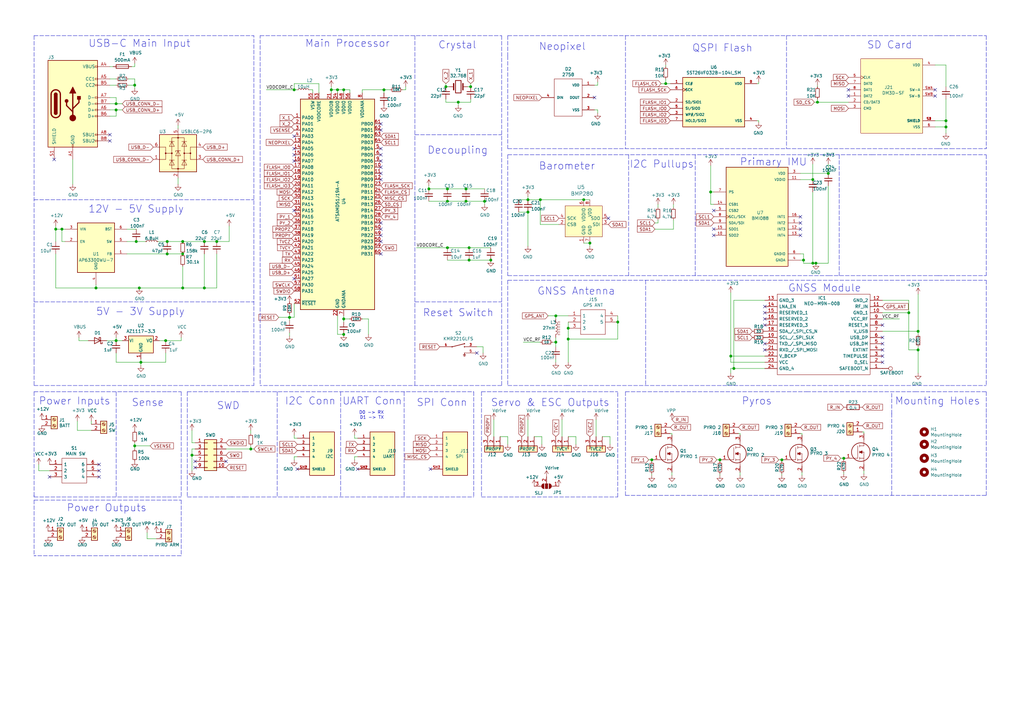
<source format=kicad_sch>
(kicad_sch (version 20210126) (generator eeschema)
  (paper "A3")
  (lib_symbols
    (symbol "2758:2758_1" (pin_names (offset 1.016))
      (property "Reference" "D" (at -1.27 8.89 0))
      (property "Value" "2758" (at -1.27 -8.89 0))
      (symbol "2758_1_0_0"
        (pin power_in line (at 15.24 5.08 180) (length 5.08) (name "VDD") (number "1"))
        (pin output line (at 15.24 0 180) (length 5.08) (name "DOUT") (number "2"))
        (pin power_in line (at 15.24 -5.08 180) (length 5.08) (name "VSS") (number "3"))
        (pin input line (at -6.35 0 0) (length 5.08) (name "DIN") (number "4"))
      )
    )
    (symbol "BMI088:BMI088" (pin_names (offset 1.016))
      (property "Reference" "U" (at -12.7 20.955 0))
      (property "Value" "BMI088" (at -12.7 -22.86 0))
      (symbol "BMI088_0_0"
        (pin bidirectional line (at 17.78 -2.54 180) (length 5.08) (name "INT2") (number "1"))
        (pin power_in line (at 17.78 17.78 180) (length 5.08) (name "VDD") (number "3"))
        (pin power_in line (at 17.78 -17.78 180) (length 5.08) (name "GNDA") (number "4"))
        (pin power_in line (at 17.78 -15.24 180) (length 5.08) (name "GNDIO") (number "6"))
        (pin input line (at -17.78 2.54 0) (length 5.08) (name "CSB2") (number "5"))
        (pin input line (at -17.78 10.16 0) (length 5.08) (name "PS") (number "7"))
        (pin input clock (at -17.78 0 0) (length 5.08) (name "SCL/SCK") (number "8"))
        (pin bidirectional line (at -17.78 -2.54 0) (length 5.08) (name "SDA/SDI") (number "9"))
        (pin output line (at -17.78 -7.62 0) (length 5.08) (name "SDO2") (number "10"))
        (pin power_in line (at 17.78 15.24 180) (length 5.08) (name "VDDIO") (number "11"))
        (pin bidirectional line (at 17.78 -5.08 180) (length 5.08) (name "INT3") (number "12"))
        (pin bidirectional line (at 17.78 -7.62 180) (length 5.08) (name "INT4") (number "13"))
        (pin input line (at -17.78 5.08 0) (length 5.08) (name "CSB1") (number "14"))
        (pin output line (at -17.78 -5.08 0) (length 5.08) (name "SDO1") (number "15"))
        (pin bidirectional line (at 17.78 0 180) (length 5.08) (name "INT1") (number "16"))
      )
    )
    (symbol "Connector:Screw_Terminal_01x02" (pin_names (offset 1.016) hide)
      (property "Reference" "J" (at 0 2.54 0))
      (property "Value" "Screw_Terminal_01x02" (at 0 -5.08 0))
      (symbol "Screw_Terminal_01x02_1_1"
        (pin passive line (at -5.08 0 0) (length 3.81) (name "Pin_1") (number "1"))
        (pin passive line (at -5.08 -2.54 0) (length 3.81) (name "Pin_2") (number "2"))
      )
    )
    (symbol "Connector:TestPoint" (pin_numbers hide) (pin_names (offset 0.762) hide)
      (property "Reference" "TP" (at 0 6.858 0))
      (property "Value" "TestPoint" (at 0 5.08 0))
      (symbol "TestPoint_1_1"
        (pin passive line (at 0 0 90) (length 2.54) (name "1") (number "1"))
      )
    )
    (symbol "Connector:USB_C_Receptacle_USB2.0" (pin_names (offset 1.016))
      (property "Reference" "J" (at -10.16 19.05 0))
      (property "Value" "USB_C_Receptacle_USB2.0" (at 19.05 19.05 0))
      (symbol "USB_C_Receptacle_USB2.0_1_1"
        (pin passive line (at 0 -22.86 90) (length 5.08) (name "GND") (number "A1"))
        (pin passive line (at 0 -22.86 90) (length 5.08) hide (name "GND") (number "A12"))
        (pin passive line (at 15.24 15.24 180) (length 5.08) (name "VBUS") (number "A4"))
        (pin bidirectional line (at 15.24 10.16 180) (length 5.08) (name "CC1") (number "A5"))
        (pin bidirectional line (at 15.24 -2.54 180) (length 5.08) (name "D+") (number "A6"))
        (pin bidirectional line (at 15.24 2.54 180) (length 5.08) (name "D-") (number "A7"))
        (pin bidirectional line (at 15.24 -12.7 180) (length 5.08) (name "SBU1") (number "A8"))
        (pin passive line (at 15.24 15.24 180) (length 5.08) hide (name "VBUS") (number "A9"))
        (pin passive line (at 0 -22.86 90) (length 5.08) hide (name "GND") (number "B1"))
        (pin passive line (at 0 -22.86 90) (length 5.08) hide (name "GND") (number "B12"))
        (pin passive line (at 15.24 15.24 180) (length 5.08) hide (name "VBUS") (number "B4"))
        (pin bidirectional line (at 15.24 7.62 180) (length 5.08) (name "CC2") (number "B5"))
        (pin bidirectional line (at 15.24 -5.08 180) (length 5.08) (name "D+") (number "B6"))
        (pin bidirectional line (at 15.24 0 180) (length 5.08) (name "D-") (number "B7"))
        (pin bidirectional line (at 15.24 -15.24 180) (length 5.08) (name "SBU2") (number "B8"))
        (pin passive line (at 15.24 15.24 180) (length 5.08) hide (name "VBUS") (number "B9"))
        (pin passive line (at -7.62 -22.86 90) (length 5.08) (name "SHIELD") (number "S1"))
      )
    )
    (symbol "Connector_Generic:Conn_01x03" (pin_names (offset 1.016) hide)
      (property "Reference" "J" (at 0 5.08 0))
      (property "Value" "Conn_01x03" (at 0 -5.08 0))
      (symbol "Conn_01x03_1_1"
        (pin passive line (at -5.08 2.54 0) (length 3.81) (name "Pin_1") (number "1"))
        (pin passive line (at -5.08 0 0) (length 3.81) (name "Pin_2") (number "2"))
        (pin passive line (at -5.08 -2.54 0) (length 3.81) (name "Pin_3") (number "3"))
      )
    )
    (symbol "Connector_Generic:Conn_02x05_Odd_Even" (pin_names (offset 1.016) hide)
      (property "Reference" "J" (at 1.27 7.62 0))
      (property "Value" "Conn_02x05_Odd_Even" (at 1.27 -7.62 0))
      (symbol "Conn_02x05_Odd_Even_1_1"
        (pin passive line (at -5.08 5.08 0) (length 3.81) (name "Pin_1") (number "1"))
        (pin passive line (at 7.62 -5.08 180) (length 3.81) (name "Pin_10") (number "10"))
        (pin passive line (at 7.62 5.08 180) (length 3.81) (name "Pin_2") (number "2"))
        (pin passive line (at -5.08 2.54 0) (length 3.81) (name "Pin_3") (number "3"))
        (pin passive line (at 7.62 2.54 180) (length 3.81) (name "Pin_4") (number "4"))
        (pin passive line (at -5.08 0 0) (length 3.81) (name "Pin_5") (number "5"))
        (pin passive line (at 7.62 0 180) (length 3.81) (name "Pin_6") (number "6"))
        (pin passive line (at -5.08 -2.54 0) (length 3.81) (name "Pin_7") (number "7"))
        (pin passive line (at 7.62 -2.54 180) (length 3.81) (name "Pin_8") (number "8"))
        (pin passive line (at -5.08 -5.08 0) (length 3.81) (name "Pin_9") (number "9"))
      )
    )
    (symbol "DM3D-SF:DM3D-SF" (pin_names (offset 1.016))
      (property "Reference" "J" (at -12.7 16.002 0))
      (property "Value" "DM3D-SF" (at -12.7 -17.78 0))
      (symbol "DM3D-SF_0_0"
        (pin bidirectional line (at -17.78 2.54 0) (length 5.08) (name "DAT1") (number "8"))
        (pin bidirectional line (at -17.78 5.08 0) (length 5.08) (name "DAT0") (number "7"))
        (pin power_in line (at 17.78 -12.7 180) (length 5.08) (name "VSS") (number "6"))
        (pin bidirectional clock (at -17.78 7.62 0) (length 5.08) (name "CLK") (number "5"))
        (pin power_in line (at 17.78 12.7 180) (length 5.08) (name "VDD") (number "4"))
        (pin bidirectional line (at -17.78 -5.08 0) (length 5.08) (name "CMD") (number "3"))
        (pin bidirectional line (at -17.78 -2.54 0) (length 5.08) (name "CD/DAT3") (number "2"))
        (pin bidirectional line (at -17.78 0 0) (length 5.08) (name "DAT2") (number "1"))
        (pin passive line (at 17.78 -10.16 180) (length 5.08) (name "SHIELD") (number "S1"))
        (pin passive line (at 17.78 -10.16 180) (length 5.08) (name "SHIELD") (number "S2"))
        (pin passive line (at 17.78 -10.16 180) (length 5.08) (name "SHIELD") (number "S3"))
        (pin passive line (at 17.78 -10.16 180) (length 5.08) (name "SHIELD") (number "S4"))
        (pin bidirectional line (at 17.78 2.54 180) (length 5.08) (name "SW-A") (number "SWA"))
        (pin bidirectional line (at 17.78 0 180) (length 5.08) (name "SW-B") (number "SWB"))
      )
    )
    (symbol "Device:C_Small" (pin_numbers hide) (pin_names (offset 0.254) hide)
      (property "Reference" "C" (at 0.254 1.778 0))
      (property "Value" "C_Small" (at 0.254 -2.032 0))
      (symbol "C_Small_1_1"
        (pin passive line (at 0 2.54 270) (length 2.032) (name "~") (number "1"))
        (pin passive line (at 0 -2.54 90) (length 2.032) (name "~") (number "2"))
      )
    )
    (symbol "Device:Crystal" (pin_numbers hide) (pin_names (offset 1.016) hide)
      (property "Reference" "Y" (at 0 3.81 0))
      (property "Value" "Crystal" (at 0 -3.81 0))
      (symbol "Crystal_1_1"
        (pin passive line (at -3.81 0 0) (length 1.27) (name "1") (number "1"))
        (pin passive line (at 3.81 0 180) (length 1.27) (name "2") (number "2"))
      )
    )
    (symbol "Device:D_Schottky" (pin_numbers hide) (pin_names (offset 1.016) hide)
      (property "Reference" "D" (at 0 2.54 0))
      (property "Value" "D_Schottky" (at 0 -2.54 0))
      (symbol "D_Schottky_1_1"
        (pin passive line (at -3.81 0 0) (length 2.54) (name "K") (number "1"))
        (pin passive line (at 3.81 0 180) (length 2.54) (name "A") (number "2"))
      )
    )
    (symbol "Device:Fuse" (pin_numbers hide) (pin_names (offset 0))
      (property "Reference" "F" (at 2.032 0 90))
      (property "Value" "Fuse" (at -1.905 0 90))
      (symbol "Fuse_1_1"
        (pin passive line (at 0 3.81 270) (length 1.27) (name "~") (number "1"))
        (pin passive line (at 0 -3.81 90) (length 1.27) (name "~") (number "2"))
      )
    )
    (symbol "Device:L_Core_Ferrite" (pin_numbers hide) (pin_names (offset 1.016) hide)
      (property "Reference" "L" (at -1.27 0 90))
      (property "Value" "L_Core_Ferrite" (at 2.794 0 90))
      (symbol "L_Core_Ferrite_1_1"
        (pin passive line (at 0 3.81 270) (length 1.27) (name "1") (number "1"))
        (pin passive line (at 0 -3.81 90) (length 1.27) (name "2") (number "2"))
      )
    )
    (symbol "Device:L_Small" (pin_numbers hide) (pin_names (offset 0.254) hide)
      (property "Reference" "L" (at 0.762 1.016 0))
      (property "Value" "L_Small" (at 0.762 -1.016 0))
      (symbol "L_Small_1_1"
        (pin passive line (at 0 2.54 270) (length 0.508) (name "~") (number "1"))
        (pin passive line (at 0 -2.54 90) (length 0.508) (name "~") (number "2"))
      )
    )
    (symbol "Device:R" (pin_numbers hide) (pin_names (offset 0))
      (property "Reference" "R" (at 2.032 0 90))
      (property "Value" "R" (at 0 0 90))
      (symbol "R_1_1"
        (pin passive line (at 0 3.81 270) (length 1.27) (name "~") (number "1"))
        (pin passive line (at 0 -3.81 90) (length 1.27) (name "~") (number "2"))
      )
    )
    (symbol "Device:R_Small" (pin_numbers hide) (pin_names (offset 0.254) hide)
      (property "Reference" "R" (at 0.762 0.508 0))
      (property "Value" "R_Small" (at 0.762 -1.016 0))
      (symbol "R_Small_1_1"
        (pin passive line (at 0 2.54 270) (length 0.762) (name "~") (number "1"))
        (pin passive line (at 0 -2.54 90) (length 0.762) (name "~") (number "2"))
      )
    )
    (symbol "Jumper:SolderJumper_3_Open" (pin_names (offset 0) hide)
      (property "Reference" "JP" (at -2.54 -2.54 0))
      (property "Value" "SolderJumper_3_Open" (at 0 2.794 0))
      (symbol "SolderJumper_3_Open_1_1"
        (pin passive line (at -5.08 0 0) (length 2.54) (name "A") (number "1"))
        (pin input line (at 0 -3.81 90) (length 2.54) (name "C") (number "2"))
        (pin passive line (at 5.08 0 180) (length 2.54) (name "B") (number "3"))
      )
    )
    (symbol "KMR221GLFS:KMR221GLFS" (pin_names (offset 1.016) hide)
      (property "Reference" "S" (at -2.54 2.286 0))
      (property "Value" "KMR221GLFS" (at -2.794 -6.35 0))
      (symbol "KMR221GLFS_0_0"
        (pin passive line (at -7.62 0 0) (length 5.08) (name "~") (number "1"))
        (pin passive line (at -7.62 0 0) (length 5.08) (name "~") (number "4"))
        (pin passive line (at 7.62 0 180) (length 5.08) (name "~") (number "2"))
        (pin passive line (at 7.62 0 180) (length 5.08) (name "~") (number "3"))
        (pin passive line (at 7.62 -2.54 180) (length 5.08) (name "~") (number "5"))
      )
    )
    (symbol "MCU_Microchip_SAMD:ATSAMD51J19A-A"
      (property "Reference" "U" (at -15.24 -44.45 0))
      (property "Value" "ATSAMD51J19A-A" (at 5.08 -44.45 0))
      (symbol "ATSAMD51J19A-A_1_0"
        (pin bidirectional line (at 17.78 25.4 180) (length 2.54) (name "PB03") (number "64"))
      )
      (symbol "ATSAMD51J19A-A_1_1"
        (pin bidirectional line (at -17.78 35.56 0) (length 2.54) (name "PA00") (number "1"))
        (pin bidirectional line (at 17.78 15.24 180) (length 2.54) (name "PB07") (number "10"))
        (pin bidirectional line (at 17.78 12.7 180) (length 2.54) (name "PB08") (number "11"))
        (pin bidirectional line (at 17.78 10.16 180) (length 2.54) (name "PB09") (number "12"))
        (pin bidirectional line (at -17.78 25.4 0) (length 2.54) (name "PA04") (number "13"))
        (pin bidirectional line (at -17.78 22.86 0) (length 2.54) (name "PA05") (number "14"))
        (pin bidirectional line (at -17.78 20.32 0) (length 2.54) (name "PA06") (number "15"))
        (pin bidirectional line (at -17.78 17.78 0) (length 2.54) (name "PA07") (number "16"))
        (pin bidirectional line (at -17.78 15.24 0) (length 2.54) (name "PA08") (number "17"))
        (pin bidirectional line (at -17.78 12.7 0) (length 2.54) (name "PA09") (number "18"))
        (pin bidirectional line (at -17.78 10.16 0) (length 2.54) (name "PA10") (number "19"))
        (pin bidirectional line (at -17.78 33.02 0) (length 2.54) (name "PA01") (number "2"))
        (pin bidirectional line (at -17.78 7.62 0) (length 2.54) (name "PA11") (number "20"))
        (pin power_in line (at -2.54 45.72 270) (length 2.54) (name "VDDIOB") (number "21"))
        (pin power_in line (at 0 -45.72 90) (length 2.54) (name "GND") (number "22"))
        (pin bidirectional line (at 17.78 7.62 180) (length 2.54) (name "PB10") (number "23"))
        (pin bidirectional line (at 17.78 5.08 180) (length 2.54) (name "PB11") (number "24"))
        (pin bidirectional line (at 17.78 2.54 180) (length 2.54) (name "PB12") (number "25"))
        (pin bidirectional line (at 17.78 0 180) (length 2.54) (name "PB13") (number "26"))
        (pin bidirectional line (at 17.78 -2.54 180) (length 2.54) (name "PB14") (number "27"))
        (pin bidirectional line (at 17.78 -5.08 180) (length 2.54) (name "PB15") (number "28"))
        (pin bidirectional line (at -17.78 5.08 0) (length 2.54) (name "PA12") (number "29"))
        (pin bidirectional line (at -17.78 30.48 0) (length 2.54) (name "PA02") (number "3"))
        (pin bidirectional line (at -17.78 2.54 0) (length 2.54) (name "PA13") (number "30"))
        (pin bidirectional line (at -17.78 0 0) (length 2.54) (name "PA14") (number "31"))
        (pin bidirectional line (at -17.78 -2.54 0) (length 2.54) (name "PA15") (number "32"))
        (pin passive line (at 0 -45.72 90) (length 2.54) hide (name "GND") (number "33"))
        (pin power_in line (at 0 45.72 270) (length 2.54) (name "VDDIO") (number "34"))
        (pin bidirectional line (at -17.78 -5.08 0) (length 2.54) (name "PA16") (number "35"))
        (pin bidirectional line (at -17.78 -7.62 0) (length 2.54) (name "PA17") (number "36"))
        (pin bidirectional line (at -17.78 -10.16 0) (length 2.54) (name "PA18") (number "37"))
        (pin bidirectional line (at -17.78 -12.7 0) (length 2.54) (name "PA19") (number "38"))
        (pin bidirectional line (at 17.78 -7.62 180) (length 2.54) (name "PB16") (number "39"))
        (pin bidirectional line (at -17.78 27.94 0) (length 2.54) (name "PA03") (number "4"))
        (pin bidirectional line (at 17.78 -10.16 180) (length 2.54) (name "PB17") (number "40"))
        (pin bidirectional line (at -17.78 -15.24 0) (length 2.54) (name "PA20") (number "41"))
        (pin bidirectional line (at -17.78 -17.78 0) (length 2.54) (name "PA21") (number "42"))
        (pin bidirectional line (at -17.78 -20.32 0) (length 2.54) (name "PA22") (number "43"))
        (pin bidirectional line (at -17.78 -22.86 0) (length 2.54) (name "PA23") (number "44"))
        (pin bidirectional line (at -17.78 -25.4 0) (length 2.54) (name "PA24") (number "45"))
        (pin bidirectional line (at -17.78 -27.94 0) (length 2.54) (name "PA25") (number "46"))
        (pin passive line (at 0 -45.72 90) (length 2.54) hide (name "GND") (number "47"))
        (pin power_in line (at 2.54 45.72 270) (length 2.54) (name "VDDIO") (number "48"))
        (pin bidirectional line (at 17.78 -12.7 180) (length 2.54) (name "PB22") (number "49"))
        (pin bidirectional line (at 17.78 22.86 180) (length 2.54) (name "PB04") (number "5"))
        (pin bidirectional line (at 17.78 -15.24 180) (length 2.54) (name "PB23") (number "50"))
        (pin bidirectional line (at -17.78 -30.48 0) (length 2.54) (name "PA27") (number "51"))
        (pin input line (at -17.78 -40.64 0) (length 2.54) (name "~RESET") (number "52"))
        (pin power_out line (at -7.62 45.72 270) (length 2.54) (name "VDDCORE") (number "53"))
        (pin passive line (at 0 -45.72 90) (length 2.54) hide (name "GND") (number "54"))
        (pin power_in line (at -10.16 45.72 270) (length 2.54) (name "VSW") (number "55"))
        (pin power_in line (at 5.08 45.72 270) (length 2.54) (name "VDDIO") (number "56"))
        (pin bidirectional line (at -17.78 -33.02 0) (length 2.54) (name "PA30") (number "57"))
        (pin bidirectional line (at -17.78 -35.56 0) (length 2.54) (name "PA31") (number "58"))
        (pin bidirectional line (at 17.78 -17.78 180) (length 2.54) (name "PB30") (number "59"))
        (pin bidirectional line (at 17.78 20.32 180) (length 2.54) (name "PB05") (number "6"))
        (pin bidirectional line (at 17.78 -20.32 180) (length 2.54) (name "PB31") (number "60"))
        (pin bidirectional line (at 17.78 33.02 180) (length 2.54) (name "PB00") (number "61"))
        (pin bidirectional line (at 17.78 30.48 180) (length 2.54) (name "PB01") (number "62"))
        (pin bidirectional line (at 17.78 27.94 180) (length 2.54) (name "PB02") (number "63"))
        (pin power_in line (at 2.54 -45.72 90) (length 2.54) (name "GNDANA") (number "7"))
        (pin power_in line (at 10.16 45.72 270) (length 2.54) (name "VDDANA") (number "8"))
        (pin bidirectional line (at 17.78 17.78 180) (length 2.54) (name "PB06") (number "9"))
      )
    )
    (symbol "Mechanical:MountingHole" (pin_names (offset 1.016))
      (property "Reference" "H" (at 0 5.08 0))
      (property "Value" "MountingHole" (at 0 3.175 0))
    )
    (symbol "Power_Protection:USBLC6-2P6" (pin_names hide)
      (property "Reference" "U" (at 2.54 8.89 0))
      (property "Value" "USBLC6-2P6" (at 2.54 -8.89 0))
      (symbol "USBLC6-2P6_1_1"
        (pin passive line (at -10.16 -2.54 0) (length 2.54) (name "I/O1") (number "1"))
        (pin passive line (at 0 -10.16 90) (length 2.54) (name "GND") (number "2"))
        (pin passive line (at 10.16 -2.54 180) (length 2.54) (name "I/O2") (number "3"))
        (pin passive line (at 10.16 2.54 180) (length 2.54) (name "I/O2") (number "4"))
        (pin passive line (at 0 10.16 270) (length 2.54) (name "VBUS") (number "5"))
        (pin passive line (at -10.16 2.54 0) (length 2.54) (name "I/O1") (number "6"))
      )
    )
    (symbol "Regulator_Linear:AZ1117-3.3" (pin_names (offset 0.254))
      (property "Reference" "U" (at -3.81 3.175 0))
      (property "Value" "AZ1117-3.3" (at 0 3.175 0))
      (symbol "AZ1117-3.3_1_1"
        (pin power_in line (at 0 -7.62 90) (length 2.54) (name "GND") (number "1"))
        (pin power_out line (at 7.62 0 180) (length 2.54) (name "VO") (number "2"))
        (pin power_in line (at -7.62 0 0) (length 2.54) (name "VI") (number "3"))
      )
    )
    (symbol "SM04B-GHS-TB_LF__SN_-:SM04B-GHS-TB(LF)(SN)-" (pin_names (offset 1.016))
      (property "Reference" "J" (at -5.08 7.62 0))
      (property "Value" "SM04B-GHS-TB(LF)(SN)-" (at -5.08 -12.7254 0))
      (symbol "SM04B-GHS-TB(LF)(SN)-_0_0"
        (pin passive line (at -10.16 5.08 0) (length 5.08) (name "1") (number "1"))
        (pin passive line (at -10.16 2.54 0) (length 5.08) (name "2") (number "2"))
        (pin passive line (at -10.16 0 0) (length 5.08) (name "3") (number "3"))
        (pin passive line (at -10.16 -2.54 0) (length 5.08) (name "4") (number "4"))
        (pin power_in line (at -10.16 -7.62 0) (length 5.08) (name "SHIELD") (number "SH1"))
        (pin power_in line (at -10.16 -7.62 0) (length 5.08) (name "SHIELD") (number "SH2"))
      )
    )
    (symbol "SST26VF032B-104I_SM:SST26VF032B-104I_SM" (pin_names (offset 1.016))
      (property "Reference" "U" (at -12.446 10.668 0))
      (property "Value" "SST26VF032B-104I_SM" (at -12.446 -12.446 0))
      (symbol "SST26VF032B-104I_SM_0_0"
        (pin input line (at -17.78 7.62 0) (length 5.08) (name "CE#") (number "1"))
        (pin bidirectional line (at -17.78 0 0) (length 5.08) (name "SO/SIO1") (number "2"))
        (pin bidirectional line (at -17.78 -5.08 0) (length 5.08) (name "WP#/SIO2") (number "3"))
        (pin power_in line (at 17.78 -7.62 180) (length 5.08) (name "VSS") (number "4"))
        (pin bidirectional line (at -17.78 -2.54 0) (length 5.08) (name "SI/SIO0") (number "5"))
        (pin input clock (at -17.78 5.08 0) (length 5.08) (name "SCK") (number "6"))
        (pin bidirectional line (at -17.78 -7.62 0) (length 5.08) (name "HOLD/SIO3") (number "7"))
        (pin power_in line (at 17.78 7.62 180) (length 5.08) (name "VDD") (number "8"))
      )
    )
    (symbol "SamacSys_Parts:CONSMA001-C-G" (pin_names (offset 0.762))
      (property "Reference" "J" (at 16.51 7.62 0))
      (property "Value" "CONSMA001-C-G" (at 16.51 5.08 0))
      (symbol "CONSMA001-C-G_0_0"
        (pin passive line (at 0 0 0) (length 5.08) (name "1") (number "1"))
        (pin passive line (at 0 -2.54 0) (length 5.08) (name "2") (number "2"))
        (pin passive line (at 0 -5.08 0) (length 5.08) (name "3") (number "3"))
        (pin passive line (at 20.32 0 180) (length 5.08) (name "4") (number "4"))
        (pin passive line (at 20.32 -2.54 180) (length 5.08) (name "5") (number "5"))
      )
    )
    (symbol "SamacSys_Parts:DMN2058UW-7" (pin_names (offset 0.762))
      (property "Reference" "Q" (at 11.43 3.81 0))
      (property "Value" "DMN2058UW-7" (at 11.43 1.27 0))
      (symbol "DMN2058UW-7_0_0"
        (pin passive line (at 0 0 0) (length 2.54) (name "~") (number "1"))
        (pin passive line (at 7.62 10.16 270) (length 2.54) (name "~") (number "3"))
        (pin passive line (at 7.62 -5.08 90) (length 2.54) (name "~") (number "2"))
      )
    )
    (symbol "SamacSys_Parts:JS202011SCQN" (pin_names (offset 0.762))
      (property "Reference" "S" (at 16.51 7.62 0))
      (property "Value" "JS202011SCQN" (at 16.51 5.08 0))
      (symbol "JS202011SCQN_0_0"
        (pin passive line (at 0 0 0) (length 5.08) (name "1") (number "1"))
        (pin passive line (at 0 -2.54 0) (length 5.08) (name "2") (number "2"))
        (pin passive line (at 0 -5.08 0) (length 5.08) (name "3") (number "3"))
        (pin passive line (at 20.32 -5.08 180) (length 5.08) (name "4") (number "4"))
        (pin passive line (at 20.32 -2.54 180) (length 5.08) (name "5") (number "5"))
        (pin passive line (at 20.32 0 180) (length 5.08) (name "6") (number "6"))
      )
    )
    (symbol "SamacSys_Parts:NEO-M9N-00B" (pin_names (offset 0.762))
      (property "Reference" "IC" (at 44.45 7.62 0))
      (property "Value" "NEO-M9N-00B" (at 44.45 5.08 0))
      (symbol "NEO-M9N-00B_0_0"
        (pin passive line (at 48.26 -27.94 180) (length 5.08) (name "SAFEBOOT_N") (number "1"))
        (pin passive line (at 48.26 -25.4 180) (length 5.08) (name "D_SEL") (number "2"))
        (pin passive line (at 48.26 -22.86 180) (length 5.08) (name "TIMEPULSE") (number "3"))
        (pin passive line (at 48.26 -20.32 180) (length 5.08) (name "EXTINT") (number "4"))
        (pin passive line (at 48.26 -17.78 180) (length 5.08) (name "USB_DM") (number "5"))
        (pin passive line (at 48.26 -15.24 180) (length 5.08) (name "USB_DP") (number "6"))
        (pin passive line (at 48.26 -12.7 180) (length 5.08) (name "V_USB") (number "7"))
        (pin passive line (at 48.26 -10.16 180) (length 5.08) (name "RESET_N") (number "8"))
        (pin passive line (at 48.26 -7.62 180) (length 5.08) (name "VCC_RF") (number "9"))
        (pin passive line (at 48.26 -5.08 180) (length 5.08) (name "GND_1") (number "10"))
        (pin passive line (at 48.26 -2.54 180) (length 5.08) (name "RF_IN") (number "11"))
        (pin passive line (at 48.26 0 180) (length 5.08) (name "GND_2") (number "12"))
        (pin passive line (at 0 0 0) (length 5.08) (name "GND_3") (number "13"))
        (pin passive line (at 0 -2.54 0) (length 5.08) (name "LNA_EN") (number "14"))
        (pin passive line (at 0 -5.08 0) (length 5.08) (name "RESERVED_1") (number "15"))
        (pin passive line (at 0 -7.62 0) (length 5.08) (name "RESERVED_2") (number "16"))
        (pin passive line (at 0 -10.16 0) (length 5.08) (name "RESERVED_3") (number "17"))
        (pin passive line (at 0 -12.7 0) (length 5.08) (name "SDA_/_SPI_CS_N") (number "18"))
        (pin passive line (at 0 -15.24 0) (length 5.08) (name "SCL_/_SPI_SLK") (number "19"))
        (pin passive line (at 0 -17.78 0) (length 5.08) (name "TXD_/_SPI_MISO") (number "20"))
        (pin passive line (at 0 -20.32 0) (length 5.08) (name "RXD_/_SPI_MOSI") (number "21"))
        (pin passive line (at 0 -22.86 0) (length 5.08) (name "V_BCKP") (number "22"))
        (pin passive line (at 0 -25.4 0) (length 5.08) (name "VCC") (number "23"))
        (pin passive line (at 0 -27.94 0) (length 5.08) (name "GND_4") (number "24"))
      )
    )
    (symbol "Titan_R3-rescue:AP63300WU-7-AP63300WU-7" (pin_names (offset 1.016))
      (property "Reference" "U" (at -7.62 13.97 0))
      (property "Value" "AP63300WU-7-AP63300WU-7" (at -7.62 11.43 0))
      (symbol "AP63300WU-7-AP63300WU-7_0_0"
        (pin input line (at 12.7 -2.54 180) (length 5.08) (name "FB") (number "1"))
        (pin input line (at -12.7 2.54 0) (length 5.08) (name "EN") (number "2"))
        (pin power_in line (at -12.7 7.62 0) (length 5.08) (name "VIN") (number "3"))
        (pin power_in line (at 0 -15.24 90) (length 5.08) (name "GND") (number "4"))
        (pin output line (at 12.7 2.54 180) (length 5.08) (name "SW") (number "5"))
        (pin input line (at 12.7 7.62 180) (length 5.08) (name "BST") (number "6"))
      )
    )
    (symbol "dk_Pressure-Sensors-Transducers:BMP280" (pin_names (offset 0.762))
      (property "Reference" "U" (at -6.35 8.89 0))
      (property "Value" "BMP280" (at 5.08 -6.35 0))
      (symbol "BMP280_1_1"
        (pin power_in line (at 0 -7.62 90) (length 2.54) (name "GND") (number "1"))
        (pin input line (at -10.16 0 0) (length 2.54) (name "CSB") (number "2"))
        (pin bidirectional line (at 10.16 0 180) (length 2.54) (name "SDI") (number "3"))
        (pin input line (at -10.16 2.54 0) (length 2.54) (name "SCK") (number "4"))
        (pin bidirectional line (at 10.16 2.54 180) (length 2.54) (name "SDO") (number "5"))
        (pin power_in line (at 0 10.16 270) (length 2.54) (name "VDDIO") (number "6"))
        (pin power_in line (at 2.54 -7.62 90) (length 2.54) (name "GND") (number "7"))
        (pin power_in line (at 2.54 10.16 270) (length 2.54) (name "VDD") (number "8"))
      )
    )
    (symbol "power:+12V" (power) (pin_names (offset 0))
      (property "Value" "+12V" (at 0 3.556 0))
      (symbol "+12V_1_1"
        (pin power_in line (at 0 0 90) (length 0) hide (name "+12V") (number "1"))
      )
    )
    (symbol "power:+3.3V" (power) (pin_names (offset 0))
      (property "Value" "+3.3V" (at 0 3.556 0))
      (symbol "+3.3V_1_1"
        (pin power_in line (at 0 0 90) (length 0) hide (name "+3V3") (number "1"))
      )
    )
    (symbol "power:+5V" (power) (pin_names (offset 0))
      (property "Value" "+5V" (at 0 3.556 0))
      (symbol "+5V_1_1"
        (pin power_in line (at 0 0 90) (length 0) hide (name "+5V") (number "1"))
      )
    )
    (symbol "power:GND" (power) (pin_names (offset 0))
      (property "Value" "GND" (at 0 -3.81 0))
      (symbol "GND_1_1"
        (pin power_in line (at 0 0 270) (length 0) hide (name "GND") (number "1"))
      )
    )
    (symbol "power:VBUS" (power) (pin_names (offset 0))
      (property "Value" "VBUS" (at 0 3.81 0))
      (symbol "VBUS_1_1"
        (pin power_in line (at 0 0 90) (length 0) hide (name "VBUS") (number "1"))
      )
    )
    (symbol "power:VCC" (power) (pin_names (offset 0))
      (property "Value" "VCC" (at 0 3.81 0))
      (symbol "VCC_1_1"
        (pin power_in line (at 0 0 90) (length 0) hide (name "VCC") (number "1"))
      )
    )
    (symbol "power:VPP" (power) (pin_names (offset 0))
      (property "Value" "VPP" (at 0 3.81 0))
      (symbol "VPP_1_1"
        (pin power_in line (at 0 0 90) (length 0) hide (name "VPP") (number "1"))
      )
    )
    (symbol "power:Vdrive" (power) (pin_names (offset 0))
      (property "Value" "Vdrive" (at 0 3.81 0))
      (symbol "Vdrive_1_1"
        (pin power_in line (at 0 0 90) (length 0) hide (name "Vdrive") (number "1"))
      )
    )
  )
  (junction (at 22.86 93.98) (diameter 1.016))
  (junction (at 25.4 93.98) (diameter 1.016))
  (junction (at 39.37 118.11) (diameter 1.016))
  (junction (at 47.625 42.545) (diameter 1.016))
  (junction (at 47.625 45.085) (diameter 1.016))
  (junction (at 47.625 139.7) (diameter 1.016))
  (junction (at 55.245 34.925) (diameter 1.016))
  (junction (at 55.245 182.88) (diameter 1.016))
  (junction (at 55.88 99.06) (diameter 1.016))
  (junction (at 57.15 118.11) (diameter 1.016))
  (junction (at 57.785 148.59) (diameter 1.016))
  (junction (at 67.945 139.7) (diameter 1.016))
  (junction (at 68.58 99.06) (diameter 1.016))
  (junction (at 68.58 104.14) (diameter 1.016))
  (junction (at 74.93 99.06) (diameter 1.016))
  (junction (at 74.93 104.14) (diameter 1.016))
  (junction (at 74.93 118.11) (diameter 1.016))
  (junction (at 78.74 186.69) (diameter 1.016))
  (junction (at 83.82 99.06) (diameter 1.016))
  (junction (at 83.82 118.11) (diameter 1.016))
  (junction (at 88.9 99.06) (diameter 1.016))
  (junction (at 102.87 184.15) (diameter 1.016))
  (junction (at 118.745 130.175) (diameter 1.016))
  (junction (at 120.65 36.83) (diameter 1.016))
  (junction (at 135.89 36.83) (diameter 1.016))
  (junction (at 138.43 36.83) (diameter 1.016))
  (junction (at 140.97 36.83) (diameter 1.016))
  (junction (at 140.97 130.81) (diameter 1.016))
  (junction (at 140.97 137.16) (diameter 1.016))
  (junction (at 157.48 36.83) (diameter 1.016))
  (junction (at 175.895 77.47) (diameter 1.016))
  (junction (at 182.88 35.56) (diameter 1.016))
  (junction (at 183.515 77.47) (diameter 1.016))
  (junction (at 183.515 82.55) (diameter 1.016))
  (junction (at 183.515 101.6) (diameter 1.016))
  (junction (at 187.96 41.91) (diameter 1.016))
  (junction (at 191.135 77.47) (diameter 1.016))
  (junction (at 191.135 82.55) (diameter 1.016))
  (junction (at 192.405 101.6) (diameter 1.016))
  (junction (at 192.405 106.68) (diameter 1.016))
  (junction (at 193.04 35.56) (diameter 1.016))
  (junction (at 198.755 82.55) (diameter 1.016))
  (junction (at 201.295 106.68) (diameter 1.016))
  (junction (at 216.535 81.915) (diameter 1.016))
  (junction (at 216.535 86.995) (diameter 1.016))
  (junction (at 221.615 81.915) (diameter 1.016))
  (junction (at 227.965 129.54) (diameter 1.016))
  (junction (at 227.965 140.335) (diameter 1.016))
  (junction (at 233.045 134.62) (diameter 1.016))
  (junction (at 233.045 139.065) (diameter 1.016))
  (junction (at 239.395 81.915) (diameter 1.016))
  (junction (at 241.935 99.695) (diameter 1.016))
  (junction (at 253.365 132.08) (diameter 1.016))
  (junction (at 267.335 188.595) (diameter 1.016))
  (junction (at 273.05 34.29) (diameter 1.016))
  (junction (at 291.465 78.74) (diameter 1.016))
  (junction (at 295.275 188.595) (diameter 1.016))
  (junction (at 299.72 146.05) (diameter 1.016))
  (junction (at 300.99 151.13) (diameter 1.016))
  (junction (at 320.675 188.595) (diameter 1.016))
  (junction (at 329.565 106.68) (diameter 1.016))
  (junction (at 333.375 73.66) (diameter 1.016))
  (junction (at 333.375 107.95) (diameter 1.016))
  (junction (at 334.645 107.95) (diameter 1.016))
  (junction (at 335.28 41.91) (diameter 1.016))
  (junction (at 339.725 71.12) (diameter 1.016))
  (junction (at 346.075 187.96) (diameter 1.016))
  (junction (at 372.745 128.27) (diameter 1.016))
  (junction (at 376.555 135.89) (diameter 1.016))
  (junction (at 376.555 143.51) (diameter 1.016))
  (junction (at 387.985 49.53) (diameter 1.016))
  (junction (at 387.985 52.07) (diameter 1.016))
  (no_connect (at 20.32 195.58))
  (no_connect (at 22.225 65.405))
  (no_connect (at 40.64 190.5))
  (no_connect (at 40.64 193.04))
  (no_connect (at 40.64 195.58))
  (no_connect (at 45.085 55.245))
  (no_connect (at 45.085 57.785))
  (no_connect (at 80.01 189.23))
  (no_connect (at 80.01 191.77))
  (no_connect (at 92.71 189.23))
  (no_connect (at 120.65 55.88))
  (no_connect (at 120.65 60.96))
  (no_connect (at 120.65 63.5))
  (no_connect (at 120.65 66.04))
  (no_connect (at 120.65 86.36))
  (no_connect (at 120.65 114.3))
  (no_connect (at 121.92 192.405))
  (no_connect (at 146.685 192.405))
  (no_connect (at 156.21 50.8))
  (no_connect (at 156.21 53.34))
  (no_connect (at 156.21 60.96))
  (no_connect (at 156.21 63.5))
  (no_connect (at 156.21 66.04))
  (no_connect (at 156.21 68.58))
  (no_connect (at 156.21 71.12))
  (no_connect (at 156.21 73.66))
  (no_connect (at 156.21 91.44))
  (no_connect (at 156.21 93.98))
  (no_connect (at 156.21 96.52))
  (no_connect (at 156.21 99.06))
  (no_connect (at 156.21 104.14))
  (no_connect (at 176.53 192.405))
  (no_connect (at 195.58 144.78))
  (no_connect (at 243.84 40.005))
  (no_connect (at 249.555 89.535))
  (no_connect (at 292.735 86.36))
  (no_connect (at 292.735 93.98))
  (no_connect (at 292.735 96.52))
  (no_connect (at 313.69 125.73))
  (no_connect (at 313.69 128.27))
  (no_connect (at 313.69 130.81))
  (no_connect (at 313.69 133.35))
  (no_connect (at 313.69 140.97))
  (no_connect (at 313.69 143.51))
  (no_connect (at 328.295 88.9))
  (no_connect (at 328.295 91.44))
  (no_connect (at 328.295 93.98))
  (no_connect (at 328.295 96.52))
  (no_connect (at 347.98 36.83))
  (no_connect (at 347.98 39.37))
  (no_connect (at 361.95 133.35))
  (no_connect (at 361.95 138.43))
  (no_connect (at 361.95 140.97))
  (no_connect (at 361.95 143.51))
  (no_connect (at 361.95 146.05))
  (no_connect (at 361.95 148.59))
  (no_connect (at 383.54 36.83))
  (no_connect (at 383.54 39.37))
  (wire (pts (xy 15.875 193.04) (xy 15.875 190.5)))
  (wire (pts (xy 20.32 193.04) (xy 15.875 193.04)))
  (wire (pts (xy 22.86 92.71) (xy 22.86 93.98)))
  (wire (pts (xy 22.86 93.98) (xy 22.86 99.06)))
  (wire (pts (xy 22.86 93.98) (xy 25.4 93.98)))
  (wire (pts (xy 22.86 104.14) (xy 22.86 118.11)))
  (wire (pts (xy 25.4 93.98) (xy 26.67 93.98)))
  (wire (pts (xy 25.4 99.06) (xy 25.4 93.98)))
  (wire (pts (xy 26.67 99.06) (xy 25.4 99.06)))
  (wire (pts (xy 29.845 65.405) (xy 29.845 75.565)))
  (wire (pts (xy 31.75 172.72) (xy 31.75 176.53)))
  (wire (pts (xy 31.75 176.53) (xy 37.465 176.53)))
  (wire (pts (xy 32.385 138.43) (xy 32.385 139.7)))
  (wire (pts (xy 32.385 139.7) (xy 36.195 139.7)))
  (wire (pts (xy 37.465 172.72) (xy 37.465 173.99)))
  (wire (pts (xy 39.37 116.84) (xy 39.37 118.11)))
  (wire (pts (xy 39.37 118.11) (xy 22.86 118.11)))
  (wire (pts (xy 43.815 139.7) (xy 47.625 139.7)))
  (wire (pts (xy 45.085 27.305) (xy 46.355 27.305)))
  (wire (pts (xy 45.085 32.385) (xy 47.625 32.385)))
  (wire (pts (xy 45.085 34.925) (xy 47.625 34.925)))
  (wire (pts (xy 45.085 40.005) (xy 47.625 40.005)))
  (wire (pts (xy 45.085 47.625) (xy 47.625 47.625)))
  (wire (pts (xy 47.625 40.005) (xy 47.625 42.545)))
  (wire (pts (xy 47.625 42.545) (xy 45.085 42.545)))
  (wire (pts (xy 47.625 42.545) (xy 50.165 42.545)))
  (wire (pts (xy 47.625 45.085) (xy 45.085 45.085)))
  (wire (pts (xy 47.625 45.085) (xy 50.165 45.085)))
  (wire (pts (xy 47.625 47.625) (xy 47.625 45.085)))
  (wire (pts (xy 47.625 139.7) (xy 47.625 138.43)))
  (wire (pts (xy 47.625 139.7) (xy 50.165 139.7)))
  (wire (pts (xy 47.625 144.78) (xy 47.625 148.59)))
  (wire (pts (xy 47.625 148.59) (xy 57.785 148.59)))
  (wire (pts (xy 52.07 93.98) (xy 55.88 93.98)))
  (wire (pts (xy 52.07 99.06) (xy 55.88 99.06)))
  (wire (pts (xy 52.07 104.14) (xy 68.58 104.14)))
  (wire (pts (xy 52.705 34.925) (xy 55.245 34.925)))
  (wire (pts (xy 53.975 27.305) (xy 55.245 27.305)))
  (wire (pts (xy 55.245 27.305) (xy 55.245 26.035)))
  (wire (pts (xy 55.245 32.385) (xy 52.705 32.385)))
  (wire (pts (xy 55.245 34.925) (xy 55.245 32.385)))
  (wire (pts (xy 55.245 34.925) (xy 55.245 36.195)))
  (wire (pts (xy 55.245 181.61) (xy 55.245 182.88)))
  (wire (pts (xy 55.245 182.88) (xy 55.245 184.15)))
  (wire (pts (xy 55.245 182.88) (xy 61.595 182.88)))
  (wire (pts (xy 55.88 99.06) (xy 59.69 99.06)))
  (wire (pts (xy 57.15 118.11) (xy 39.37 118.11)))
  (wire (pts (xy 57.15 118.11) (xy 74.93 118.11)))
  (wire (pts (xy 57.785 147.32) (xy 57.785 148.59)))
  (wire (pts (xy 57.785 148.59) (xy 57.785 149.86)))
  (wire (pts (xy 57.785 148.59) (xy 67.945 148.59)))
  (wire (pts (xy 60.325 218.44) (xy 60.325 220.98)))
  (wire (pts (xy 60.325 220.98) (xy 64.135 220.98)))
  (wire (pts (xy 64.77 99.06) (xy 68.58 99.06)))
  (wire (pts (xy 67.945 139.7) (xy 65.405 139.7)))
  (wire (pts (xy 67.945 139.7) (xy 74.295 139.7)))
  (wire (pts (xy 67.945 148.59) (xy 67.945 144.78)))
  (wire (pts (xy 68.58 99.06) (xy 74.93 99.06)))
  (wire (pts (xy 68.58 104.14) (xy 74.93 104.14)))
  (wire (pts (xy 73.025 52.705) (xy 73.025 51.435)))
  (wire (pts (xy 73.025 73.025) (xy 73.025 75.565)))
  (wire (pts (xy 74.295 138.43) (xy 74.295 139.7)))
  (wire (pts (xy 74.93 99.06) (xy 83.82 99.06)))
  (wire (pts (xy 74.93 118.11) (xy 74.93 109.22)))
  (wire (pts (xy 78.74 176.53) (xy 78.74 181.61)))
  (wire (pts (xy 78.74 181.61) (xy 80.01 181.61)))
  (wire (pts (xy 78.74 184.15) (xy 78.74 186.69)))
  (wire (pts (xy 78.74 186.69) (xy 78.74 193.04)))
  (wire (pts (xy 78.74 186.69) (xy 80.01 186.69)))
  (wire (pts (xy 80.01 184.15) (xy 78.74 184.15)))
  (wire (pts (xy 83.82 99.06) (xy 88.9 99.06)))
  (wire (pts (xy 83.82 104.14) (xy 83.82 118.11)))
  (wire (pts (xy 83.82 118.11) (xy 74.93 118.11)))
  (wire (pts (xy 88.9 99.06) (xy 93.98 99.06)))
  (wire (pts (xy 88.9 104.14) (xy 88.9 118.11)))
  (wire (pts (xy 88.9 118.11) (xy 83.82 118.11)))
  (wire (pts (xy 92.71 184.15) (xy 102.87 184.15)))
  (wire (pts (xy 93.98 92.71) (xy 93.98 99.06)))
  (wire (pts (xy 102.87 176.53) (xy 102.87 177.8)))
  (wire (pts (xy 102.87 182.88) (xy 102.87 184.15)))
  (wire (pts (xy 102.87 184.15) (xy 104.14 184.15)))
  (wire (pts (xy 114.3 130.175) (xy 118.745 130.175)))
  (wire (pts (xy 118.745 128.905) (xy 118.745 130.175)))
  (wire (pts (xy 118.745 130.175) (xy 118.745 131.445)))
  (wire (pts (xy 118.745 136.525) (xy 118.745 137.795)))
  (wire (pts (xy 120.65 34.29) (xy 130.81 34.29)))
  (wire (pts (xy 120.65 36.83) (xy 109.22 36.83)))
  (wire (pts (xy 120.65 36.83) (xy 120.65 34.29)))
  (wire (pts (xy 120.65 124.46) (xy 120.65 130.175)))
  (wire (pts (xy 120.65 130.175) (xy 118.745 130.175)))
  (wire (pts (xy 120.65 178.435) (xy 120.65 179.705)))
  (wire (pts (xy 120.65 179.705) (xy 121.92 179.705)))
  (wire (pts (xy 120.65 187.325) (xy 121.92 187.325)))
  (wire (pts (xy 120.65 188.595) (xy 120.65 187.325)))
  (wire (pts (xy 121.92 36.83) (xy 120.65 36.83)))
  (wire (pts (xy 127 36.83) (xy 128.27 36.83)))
  (wire (pts (xy 128.27 36.83) (xy 128.27 38.1)))
  (wire (pts (xy 130.81 38.1) (xy 130.81 34.29)))
  (wire (pts (xy 135.89 35.56) (xy 135.89 36.83)))
  (wire (pts (xy 135.89 36.83) (xy 138.43 36.83)))
  (wire (pts (xy 135.89 38.1) (xy 135.89 36.83)))
  (wire (pts (xy 138.43 36.83) (xy 140.97 36.83)))
  (wire (pts (xy 138.43 38.1) (xy 138.43 36.83)))
  (wire (pts (xy 138.43 129.54) (xy 138.43 137.16)))
  (wire (pts (xy 138.43 137.16) (xy 140.97 137.16)))
  (wire (pts (xy 140.97 36.83) (xy 143.51 36.83)))
  (wire (pts (xy 140.97 38.1) (xy 140.97 36.83)))
  (wire (pts (xy 140.97 130.81) (xy 140.97 129.54)))
  (wire (pts (xy 140.97 130.81) (xy 140.97 132.08)))
  (wire (pts (xy 143.51 36.83) (xy 143.51 38.1)))
  (wire (pts (xy 143.51 130.81) (xy 140.97 130.81)))
  (wire (pts (xy 145.415 178.435) (xy 145.415 179.705)))
  (wire (pts (xy 145.415 179.705) (xy 146.685 179.705)))
  (wire (pts (xy 145.415 187.325) (xy 146.685 187.325)))
  (wire (pts (xy 145.415 188.595) (xy 145.415 187.325)))
  (wire (pts (xy 148.59 36.83) (xy 148.59 38.1)))
  (wire (pts (xy 148.59 36.83) (xy 157.48 36.83)))
  (wire (pts (xy 148.59 130.81) (xy 151.13 130.81)))
  (wire (pts (xy 151.13 130.81) (xy 151.13 137.16)))
  (wire (pts (xy 157.48 36.83) (xy 157.48 38.1)))
  (wire (pts (xy 160.02 36.83) (xy 157.48 36.83)))
  (wire (pts (xy 165.1 36.83) (xy 166.37 36.83)))
  (wire (pts (xy 166.37 35.56) (xy 166.37 36.83)))
  (wire (pts (xy 175.895 77.47) (xy 175.895 76.2)))
  (wire (pts (xy 175.895 82.55) (xy 183.515 82.55)))
  (wire (pts (xy 182.88 35.56) (xy 182.88 34.29)))
  (wire (pts (xy 182.88 35.56) (xy 184.15 35.56)))
  (wire (pts (xy 182.88 40.64) (xy 182.88 41.91)))
  (wire (pts (xy 182.88 41.91) (xy 187.96 41.91)))
  (wire (pts (xy 183.515 77.47) (xy 175.895 77.47)))
  (wire (pts (xy 183.515 82.55) (xy 191.135 82.55)))
  (wire (pts (xy 183.515 101.6) (xy 170.815 101.6)))
  (wire (pts (xy 183.515 101.6) (xy 192.405 101.6)))
  (wire (pts (xy 183.515 106.68) (xy 192.405 106.68)))
  (wire (pts (xy 187.96 41.91) (xy 187.96 43.18)))
  (wire (pts (xy 187.96 41.91) (xy 193.04 41.91)))
  (wire (pts (xy 191.135 77.47) (xy 183.515 77.47)))
  (wire (pts (xy 191.135 77.47) (xy 198.755 77.47)))
  (wire (pts (xy 191.135 82.55) (xy 198.755 82.55)))
  (wire (pts (xy 192.405 101.6) (xy 201.295 101.6)))
  (wire (pts (xy 192.405 106.68) (xy 201.295 106.68)))
  (wire (pts (xy 193.04 35.56) (xy 191.77 35.56)))
  (wire (pts (xy 193.04 35.56) (xy 193.04 34.29)))
  (wire (pts (xy 193.04 41.91) (xy 193.04 40.64)))
  (wire (pts (xy 195.58 142.24) (xy 198.12 142.24)))
  (wire (pts (xy 198.12 142.24) (xy 198.12 144.78)))
  (wire (pts (xy 198.755 82.55) (xy 198.755 83.82)))
  (wire (pts (xy 202.565 172.085) (xy 202.565 179.07)))
  (wire (pts (xy 205.105 179.07) (xy 208.28 179.07)))
  (wire (pts (xy 208.28 179.07) (xy 208.28 182.245)))
  (wire (pts (xy 212.725 81.915) (xy 216.535 81.915)))
  (wire (pts (xy 212.725 86.995) (xy 216.535 86.995)))
  (wire (pts (xy 216.535 80.645) (xy 216.535 81.915)))
  (wire (pts (xy 216.535 81.915) (xy 221.615 81.915)))
  (wire (pts (xy 216.535 86.995) (xy 216.535 100.965)))
  (wire (pts (xy 216.535 172.085) (xy 216.535 179.07)))
  (wire (pts (xy 219.075 179.07) (xy 222.25 179.07)))
  (wire (pts (xy 221.615 81.915) (xy 221.615 92.075)))
  (wire (pts (xy 221.615 81.915) (xy 239.395 81.915)))
  (wire (pts (xy 221.615 92.075) (xy 229.235 92.075)))
  (wire (pts (xy 221.615 140.335) (xy 214.63 140.335)))
  (wire (pts (xy 222.25 179.07) (xy 222.25 182.245)))
  (wire (pts (xy 224.79 129.54) (xy 227.965 129.54)))
  (wire (pts (xy 226.695 140.335) (xy 227.965 140.335)))
  (wire (pts (xy 227.965 129.54) (xy 233.045 129.54)))
  (wire (pts (xy 227.965 130.81) (xy 227.965 129.54)))
  (wire (pts (xy 227.965 138.43) (xy 227.965 140.335)))
  (wire (pts (xy 227.965 140.335) (xy 227.965 142.24)))
  (wire (pts (xy 227.965 147.32) (xy 227.965 148.59)))
  (wire (pts (xy 230.505 172.085) (xy 230.505 179.07)))
  (wire (pts (xy 233.045 134.62) (xy 233.045 132.08)))
  (wire (pts (xy 233.045 139.065) (xy 233.045 134.62)))
  (wire (pts (xy 233.045 139.065) (xy 233.045 148.59)))
  (wire (pts (xy 233.045 179.07) (xy 236.22 179.07)))
  (wire (pts (xy 236.22 179.07) (xy 236.22 182.245)))
  (wire (pts (xy 239.395 81.915) (xy 241.935 81.915)))
  (wire (pts (xy 239.395 99.695) (xy 241.935 99.695)))
  (wire (pts (xy 241.935 99.695) (xy 241.935 100.965)))
  (wire (pts (xy 243.84 34.925) (xy 245.11 34.925)))
  (wire (pts (xy 243.84 45.085) (xy 245.11 45.085)))
  (wire (pts (xy 244.475 172.085) (xy 244.475 179.07)))
  (wire (pts (xy 245.11 34.925) (xy 245.11 33.655)))
  (wire (pts (xy 245.11 45.085) (xy 245.11 46.355)))
  (wire (pts (xy 247.015 179.07) (xy 250.19 179.07)))
  (wire (pts (xy 250.19 179.07) (xy 250.19 182.245)))
  (wire (pts (xy 253.365 129.54) (xy 253.365 132.08)))
  (wire (pts (xy 253.365 132.08) (xy 253.365 139.065)))
  (wire (pts (xy 253.365 139.065) (xy 233.045 139.065)))
  (wire (pts (xy 266.065 188.595) (xy 267.335 188.595)))
  (wire (pts (xy 267.335 188.595) (xy 267.335 189.23)))
  (wire (pts (xy 267.335 188.595) (xy 267.97 188.595)))
  (wire (pts (xy 267.335 194.31) (xy 267.335 194.945)))
  (wire (pts (xy 268.605 91.44) (xy 269.875 91.44)))
  (wire (pts (xy 268.605 93.98) (xy 276.225 93.98)))
  (wire (pts (xy 269.875 83.82) (xy 269.875 85.09)))
  (wire (pts (xy 269.875 90.17) (xy 269.875 91.44)))
  (wire (pts (xy 271.145 34.29) (xy 273.05 34.29)))
  (wire (pts (xy 273.05 26.67) (xy 273.05 27.305)))
  (wire (pts (xy 273.05 32.385) (xy 273.05 34.29)))
  (wire (pts (xy 273.05 34.29) (xy 274.955 34.29)))
  (wire (pts (xy 274.955 177.8) (xy 275.59 177.8)))
  (wire (pts (xy 275.59 177.8) (xy 275.59 178.435)))
  (wire (pts (xy 275.59 193.675) (xy 275.59 194.945)))
  (wire (pts (xy 276.225 83.82) (xy 276.225 85.09)))
  (wire (pts (xy 276.225 90.17) (xy 276.225 93.98)))
  (wire (pts (xy 291.465 67.945) (xy 291.465 78.74)))
  (wire (pts (xy 291.465 78.74) (xy 292.735 78.74)))
  (wire (pts (xy 291.465 83.82) (xy 291.465 78.74)))
  (wire (pts (xy 292.735 83.82) (xy 291.465 83.82)))
  (wire (pts (xy 294.005 188.595) (xy 295.275 188.595)))
  (wire (pts (xy 295.275 188.595) (xy 295.275 189.23)))
  (wire (pts (xy 295.275 194.31) (xy 295.275 194.945)))
  (wire (pts (xy 295.91 188.595) (xy 295.275 188.595)))
  (wire (pts (xy 299.72 120.015) (xy 299.72 146.05)))
  (wire (pts (xy 299.72 146.05) (xy 313.69 146.05)))
  (wire (pts (xy 299.72 148.59) (xy 299.72 146.05)))
  (wire (pts (xy 299.72 148.59) (xy 313.69 148.59)))
  (wire (pts (xy 299.72 151.13) (xy 299.72 153.035)))
  (wire (pts (xy 299.72 151.13) (xy 300.99 151.13)))
  (wire (pts (xy 300.99 123.19) (xy 300.99 151.13)))
  (wire (pts (xy 300.99 151.13) (xy 313.69 151.13)))
  (wire (pts (xy 302.895 177.8) (xy 303.53 177.8)))
  (wire (pts (xy 303.53 177.8) (xy 303.53 178.435)))
  (wire (pts (xy 303.53 193.675) (xy 303.53 194.945)))
  (wire (pts (xy 310.515 34.29) (xy 311.15 34.29)))
  (wire (pts (xy 310.515 49.53) (xy 311.15 49.53)))
  (wire (pts (xy 311.15 34.29) (xy 311.15 33.655)))
  (wire (pts (xy 311.15 49.53) (xy 311.15 50.165)))
  (wire (pts (xy 313.69 123.19) (xy 300.99 123.19)))
  (wire (pts (xy 319.405 188.595) (xy 320.675 188.595)))
  (wire (pts (xy 320.675 188.595) (xy 320.675 189.23)))
  (wire (pts (xy 320.675 194.31) (xy 320.675 194.945)))
  (wire (pts (xy 321.31 188.595) (xy 320.675 188.595)))
  (wire (pts (xy 328.295 71.12) (xy 339.725 71.12)))
  (wire (pts (xy 328.295 73.66) (xy 333.375 73.66)))
  (wire (pts (xy 328.295 104.14) (xy 329.565 104.14)))
  (wire (pts (xy 328.295 177.8) (xy 328.93 177.8)))
  (wire (pts (xy 328.93 177.8) (xy 328.93 178.435)))
  (wire (pts (xy 328.93 193.675) (xy 328.93 194.945)))
  (wire (pts (xy 329.565 104.14) (xy 329.565 106.68)))
  (wire (pts (xy 329.565 106.68) (xy 328.295 106.68)))
  (wire (pts (xy 329.565 106.68) (xy 329.565 107.95)))
  (wire (pts (xy 329.565 107.95) (xy 333.375 107.95)))
  (wire (pts (xy 333.375 67.31) (xy 333.375 73.66)))
  (wire (pts (xy 333.375 78.74) (xy 333.375 107.95)))
  (wire (pts (xy 333.375 107.95) (xy 334.645 107.95)))
  (wire (pts (xy 334.01 41.91) (xy 335.28 41.91)))
  (wire (pts (xy 334.645 107.95) (xy 339.725 107.95)))
  (wire (pts (xy 335.28 34.925) (xy 335.28 35.56)))
  (wire (pts (xy 335.28 40.64) (xy 335.28 41.91)))
  (wire (pts (xy 335.28 41.91) (xy 347.98 41.91)))
  (wire (pts (xy 339.725 67.31) (xy 339.725 71.12)))
  (wire (pts (xy 339.725 76.2) (xy 339.725 107.95)))
  (wire (pts (xy 344.805 187.96) (xy 346.075 187.96)))
  (wire (pts (xy 346.075 187.96) (xy 346.075 188.595)))
  (wire (pts (xy 346.075 193.675) (xy 346.075 194.31)))
  (wire (pts (xy 346.71 187.96) (xy 346.075 187.96)))
  (wire (pts (xy 353.695 177.165) (xy 354.33 177.165)))
  (wire (pts (xy 354.33 177.165) (xy 354.33 177.8)))
  (wire (pts (xy 354.33 193.04) (xy 354.33 194.31)))
  (wire (pts (xy 361.95 123.19) (xy 372.745 123.19)))
  (wire (pts (xy 361.95 128.27) (xy 372.745 128.27)))
  (wire (pts (xy 361.95 130.81) (xy 368.935 130.81)))
  (wire (pts (xy 361.95 135.89) (xy 376.555 135.89)))
  (wire (pts (xy 372.745 123.19) (xy 372.745 128.27)))
  (wire (pts (xy 372.745 128.27) (xy 372.745 143.51)))
  (wire (pts (xy 372.745 143.51) (xy 376.555 143.51)))
  (wire (pts (xy 376.555 120.65) (xy 376.555 135.89)))
  (wire (pts (xy 376.555 135.89) (xy 376.555 137.16)))
  (wire (pts (xy 376.555 142.24) (xy 376.555 143.51)))
  (wire (pts (xy 376.555 143.51) (xy 376.555 153.035)))
  (wire (pts (xy 383.54 26.67) (xy 387.985 26.67)))
  (wire (pts (xy 383.54 49.53) (xy 387.985 49.53)))
  (wire (pts (xy 383.54 52.07) (xy 387.985 52.07)))
  (wire (pts (xy 387.985 26.67) (xy 387.985 35.56)))
  (wire (pts (xy 387.985 49.53) (xy 387.985 40.64)))
  (wire (pts (xy 387.985 52.07) (xy 387.985 49.53)))
  (wire (pts (xy 387.985 52.07) (xy 387.985 54.61)))
  (polyline (pts (xy 13.97 14.605) (xy 13.97 147.955)) (stroke (width 0) (type dash)))
  (polyline (pts (xy 13.97 14.605) (xy 104.14 14.605)) (stroke (width 0) (type dash)))
  (polyline (pts (xy 13.97 81.915) (xy 104.14 81.915)) (stroke (width 0) (type dash)))
  (polyline (pts (xy 13.97 123.825) (xy 104.14 123.825)) (stroke (width 0) (type dash)))
  (polyline (pts (xy 13.97 147.955) (xy 13.97 151.765)) (stroke (width 0) (type dash)))
  (polyline (pts (xy 13.97 151.765) (xy 13.97 158.115)) (stroke (width 0) (type dash)))
  (polyline (pts (xy 13.97 158.115) (xy 104.14 158.115)) (stroke (width 0) (type dash)))
  (polyline (pts (xy 13.97 160.655) (xy 13.97 203.835)) (stroke (width 0) (type dash)))
  (polyline (pts (xy 13.97 160.655) (xy 68.58 160.655)) (stroke (width 0) (type dash)))
  (polyline (pts (xy 13.97 203.835) (xy 13.97 203.2)) (stroke (width 0) (type dash)))
  (polyline (pts (xy 13.97 203.835) (xy 68.58 203.835)) (stroke (width 0) (type dash)))
  (polyline (pts (xy 13.97 205.105) (xy 13.97 227.965)) (stroke (width 0) (type dash)))
  (polyline (pts (xy 13.97 205.105) (xy 74.295 205.105)) (stroke (width 0) (type dash)))
  (polyline (pts (xy 13.97 227.965) (xy 14.605 227.965)) (stroke (width 0) (type dash)))
  (polyline (pts (xy 47.625 160.782) (xy 47.625 203.962)) (stroke (width 0) (type dash)))
  (polyline (pts (xy 68.58 160.655) (xy 74.295 160.655)) (stroke (width 0) (type dash)))
  (polyline (pts (xy 68.58 203.835) (xy 74.295 203.835)) (stroke (width 0) (type dash)))
  (polyline (pts (xy 74.295 160.655) (xy 74.295 203.835)) (stroke (width 0) (type dash)))
  (polyline (pts (xy 74.295 205.105) (xy 74.295 227.965)) (stroke (width 0) (type dash)))
  (polyline (pts (xy 74.295 227.965) (xy 13.97 227.965)) (stroke (width 0) (type dash)))
  (polyline (pts (xy 76.835 160.655) (xy 76.835 203.835)) (stroke (width 0) (type dash)))
  (polyline (pts (xy 76.835 160.655) (xy 93.98 160.655)) (stroke (width 0) (type dash)))
  (polyline (pts (xy 76.835 203.835) (xy 95.25 203.835)) (stroke (width 0) (type dash)))
  (polyline (pts (xy 94.615 160.655) (xy 100.33 160.655)) (stroke (width 0) (type dash)))
  (polyline (pts (xy 94.615 203.835) (xy 100.33 203.835)) (stroke (width 0) (type dash)))
  (polyline (pts (xy 100.33 160.655) (xy 194.31 160.655)) (stroke (width 0) (type dash)))
  (polyline (pts (xy 100.33 203.835) (xy 194.31 203.835)) (stroke (width 0) (type dash)))
  (polyline (pts (xy 104.14 147.955) (xy 104.14 14.605)) (stroke (width 0) (type dash)))
  (polyline (pts (xy 104.14 147.955) (xy 104.14 151.765)) (stroke (width 0) (type dash)))
  (polyline (pts (xy 104.14 151.13) (xy 104.14 152.4)) (stroke (width 0) (type dash)))
  (polyline (pts (xy 104.14 152.4) (xy 104.14 158.115)) (stroke (width 0) (type dash)))
  (polyline (pts (xy 106.68 14.605) (xy 205.74 14.605)) (stroke (width 0) (type dash)))
  (polyline (pts (xy 106.68 20.32) (xy 106.68 14.605)) (stroke (width 0) (type dash)))
  (polyline (pts (xy 106.68 20.955) (xy 106.68 135.255)) (stroke (width 0) (type dash)))
  (polyline (pts (xy 106.68 135.255) (xy 106.68 158.115)) (stroke (width 0) (type dash)))
  (polyline (pts (xy 113.665 160.655) (xy 113.665 203.835)) (stroke (width 0) (type dash)))
  (polyline (pts (xy 139.7 160.655) (xy 139.7 203.835)) (stroke (width 0) (type dash)))
  (polyline (pts (xy 165.735 160.655) (xy 165.735 203.835)) (stroke (width 0) (type dash)))
  (polyline (pts (xy 170.18 14.605) (xy 170.18 158.115)) (stroke (width 0) (type dash)))
  (polyline (pts (xy 170.18 55.245) (xy 205.74 55.245)) (stroke (width 0) (type dash)))
  (polyline (pts (xy 170.18 123.825) (xy 205.74 123.825)) (stroke (width 0) (type dash)))
  (polyline (pts (xy 194.31 160.655) (xy 194.31 203.835)) (stroke (width 0) (type dash)))
  (polyline (pts (xy 197.485 160.655) (xy 197.485 203.835)) (stroke (width 0) (type dash)))
  (polyline (pts (xy 197.485 160.655) (xy 253.365 160.655)) (stroke (width 0) (type dash)))
  (polyline (pts (xy 197.485 203.835) (xy 253.365 203.835)) (stroke (width 0) (type dash)))
  (polyline (pts (xy 205.74 14.605) (xy 205.74 158.115)) (stroke (width 0) (type dash)))
  (polyline (pts (xy 205.74 158.115) (xy 106.68 158.115)) (stroke (width 0) (type dash)))
  (polyline (pts (xy 208.28 14.605) (xy 208.28 22.86)) (stroke (width 0) (type dash)))
  (polyline (pts (xy 208.28 14.605) (xy 335.28 14.605)) (stroke (width 0) (type dash)))
  (polyline (pts (xy 208.28 22.86) (xy 208.28 60.96)) (stroke (width 0) (type dash)))
  (polyline (pts (xy 208.28 60.96) (xy 335.28 60.96)) (stroke (width 0) (type dash)))
  (polyline (pts (xy 208.28 63.5) (xy 208.28 113.03)) (stroke (width 0) (type dash)))
  (polyline (pts (xy 208.28 63.5) (xy 340.36 63.5)) (stroke (width 0) (type dash)))
  (polyline (pts (xy 208.28 113.03) (xy 340.36 113.03)) (stroke (width 0) (type dash)))
  (polyline (pts (xy 208.28 114.935) (xy 208.28 158.115)) (stroke (width 0) (type dash)))
  (polyline (pts (xy 208.28 114.935) (xy 232.41 114.935)) (stroke (width 0) (type dash)))
  (polyline (pts (xy 208.28 158.115) (xy 232.41 158.115)) (stroke (width 0) (type dash)))
  (polyline (pts (xy 232.41 114.935) (xy 389.89 114.935)) (stroke (width 0) (type dash)))
  (polyline (pts (xy 232.41 158.115) (xy 389.89 158.115)) (stroke (width 0) (type dash)))
  (polyline (pts (xy 253.365 203.835) (xy 253.365 160.655)) (stroke (width 0) (type dash)))
  (polyline (pts (xy 256.54 14.605) (xy 256.54 60.96)) (stroke (width 0) (type dash)))
  (polyline (pts (xy 256.54 160.655) (xy 256.54 169.545)) (stroke (width 0) (type dash)))
  (polyline (pts (xy 256.54 160.655) (xy 330.835 160.655)) (stroke (width 0) (type dash)))
  (polyline (pts (xy 256.54 169.545) (xy 256.54 203.2)) (stroke (width 0) (type dash)))
  (polyline (pts (xy 256.54 203.2) (xy 330.835 203.2)) (stroke (width 0) (type dash)))
  (polyline (pts (xy 257.81 63.5) (xy 257.81 113.03)) (stroke (width 0) (type dash)))
  (polyline (pts (xy 264.795 114.935) (xy 264.795 158.115)) (stroke (width 0) (type dash)))
  (polyline (pts (xy 285.115 63.5) (xy 285.115 113.03)) (stroke (width 0) (type dash)))
  (polyline (pts (xy 322.58 14.605) (xy 322.58 60.96)) (stroke (width 0) (type dash)))
  (polyline (pts (xy 330.835 160.655) (xy 375.285 160.655)) (stroke (width 0) (type dash)))
  (polyline (pts (xy 330.835 203.2) (xy 375.285 203.2)) (stroke (width 0) (type dash)))
  (polyline (pts (xy 335.28 14.605) (xy 384.81 14.605)) (stroke (width 0) (type dash)))
  (polyline (pts (xy 340.36 63.5) (xy 357.505 63.5)) (stroke (width 0) (type dash)))
  (polyline (pts (xy 344.17 63.5) (xy 344.17 113.03)) (stroke (width 0) (type dash)))
  (polyline (pts (xy 357.505 63.5) (xy 384.81 63.5)) (stroke (width 0) (type dash)))
  (polyline (pts (xy 357.505 113.03) (xy 340.36 113.03)) (stroke (width 0) (type dash)))
  (polyline (pts (xy 365.76 161.29) (xy 365.76 170.18)) (stroke (width 0) (type dash)))
  (polyline (pts (xy 365.76 169.545) (xy 365.76 203.2)) (stroke (width 0) (type dash)))
  (polyline (pts (xy 375.285 160.655) (xy 404.495 160.655)) (stroke (width 0) (type dash)))
  (polyline (pts (xy 375.285 203.2) (xy 404.495 203.2)) (stroke (width 0) (type dash)))
  (polyline (pts (xy 384.81 14.605) (xy 389.89 14.605)) (stroke (width 0) (type dash)))
  (polyline (pts (xy 384.81 60.96) (xy 335.28 60.96)) (stroke (width 0) (type dash)))
  (polyline (pts (xy 384.81 60.96) (xy 389.89 60.96)) (stroke (width 0) (type dash)))
  (polyline (pts (xy 384.81 63.5) (xy 389.89 63.5)) (stroke (width 0) (type dash)))
  (polyline (pts (xy 384.81 113.03) (xy 357.505 113.03)) (stroke (width 0) (type dash)))
  (polyline (pts (xy 384.81 113.03) (xy 389.89 113.03)) (stroke (width 0) (type dash)))
  (polyline (pts (xy 389.89 14.605) (xy 404.495 14.605)) (stroke (width 0) (type dash)))
  (polyline (pts (xy 389.89 60.96) (xy 404.495 60.96)) (stroke (width 0) (type dash)))
  (polyline (pts (xy 389.89 63.5) (xy 404.495 63.5)) (stroke (width 0) (type dash)))
  (polyline (pts (xy 389.89 113.03) (xy 404.495 113.03)) (stroke (width 0) (type dash)))
  (polyline (pts (xy 389.89 114.935) (xy 404.495 114.935)) (stroke (width 0) (type dash)))
  (polyline (pts (xy 389.89 158.115) (xy 404.495 158.115)) (stroke (width 0) (type dash)))
  (polyline (pts (xy 404.495 14.605) (xy 404.495 60.96)) (stroke (width 0) (type dash)))
  (polyline (pts (xy 404.495 60.96) (xy 404.495 60.325)) (stroke (width 0) (type dash)))
  (polyline (pts (xy 404.495 63.5) (xy 404.495 113.03)) (stroke (width 0) (type dash)))
  (polyline (pts (xy 404.495 114.935) (xy 404.495 158.115)) (stroke (width 0) (type dash)))
  (polyline (pts (xy 404.495 160.655) (xy 404.495 169.545)) (stroke (width 0) (type dash)))
  (polyline (pts (xy 404.495 169.545) (xy 404.495 203.2)) (stroke (width 0) (type dash)))
  (text "Power Inputs\n" (at 15.875 166.37 0) (effects (font (size 2.997 2.997)) (justify left bottom)))
  (text "Power Outputs" (at 27.305 210.185 0) (effects (font (size 2.997 2.997)) (justify left bottom)))
  (text "USB-C Main Input\n" (at 36.195 19.685 0) (effects (font (size 2.997 2.997)) (justify left bottom)))
  (text "12V - 5V Supply" (at 36.195 87.63 0) (effects (font (size 2.997 2.997)) (justify left bottom)))
  (text "5V - 3V Supply\n\n\n\n" (at 39.37 144.145 0) (effects (font (size 2.997 2.997)) (justify left bottom)))
  (text "Sense\n" (at 53.975 167.005 0) (effects (font (size 2.997 2.997)) (justify left bottom)))
  (text "SWD\n" (at 88.9 168.275 0) (effects (font (size 2.997 2.997)) (justify left bottom)))
  (text "I2C Conn\n" (at 116.84 166.37 0) (effects (font (size 2.997 2.997)) (justify left bottom)))
  (text "Main Processor\n" (at 125.095 19.685 0) (effects (font (size 2.997 2.997)) (justify left bottom)))
  (text "UART Conn\n" (at 140.335 166.37 0) (effects (font (size 2.997 2.997)) (justify left bottom)))
  (text "D0 -> RX\nD1 -> TX" (at 157.48 172.085 180) (effects (font (size 1.27 1.27)) (justify right bottom)))
  (text "SPI Conn\n" (at 170.815 167.005 0) (effects (font (size 2.997 2.997)) (justify left bottom)))
  (text "Reset Switch\n" (at 173.355 130.175 0) (effects (font (size 2.997 2.997)) (justify left bottom)))
  (text "Decoupling\n" (at 175.26 63.5 0) (effects (font (size 2.997 2.997)) (justify left bottom)))
  (text "Crystal\n" (at 179.705 20.32 0) (effects (font (size 2.997 2.997)) (justify left bottom)))
  (text "Servo & ESC Outputs\n" (at 201.295 167.005 0) (effects (font (size 2.997 2.997)) (justify left bottom)))
  (text "GNSS Antenna\n" (at 220.345 121.285 0) (effects (font (size 2.997 2.997)) (justify left bottom)))
  (text "Neopixel\n" (at 220.98 20.955 0) (effects (font (size 2.997 2.997)) (justify left bottom)))
  (text "Barometer\n" (at 220.98 69.977 0) (effects (font (size 2.997 2.997)) (justify left bottom)))
  (text "I2C Pullups\n" (at 258.191 69.215 0) (effects (font (size 2.997 2.997)) (justify left bottom)))
  (text "QSPI Flash\n" (at 283.845 21.59 0) (effects (font (size 2.997 2.997)) (justify left bottom)))
  (text "Primary IMU" (at 303.403 68.326 0) (effects (font (size 2.997 2.997)) (justify left bottom)))
  (text "Pyros\n" (at 304.165 166.37 0) (effects (font (size 2.997 2.997)) (justify left bottom)))
  (text "GNSS Module\n" (at 323.215 120.015 0) (effects (font (size 2.997 2.997)) (justify left bottom)))
  (text "SD Card\n" (at 355.6 20.32 0) (effects (font (size 2.997 2.997)) (justify left bottom)))
  (text "Mounting Holes\n" (at 367.03 166.37 0) (effects (font (size 2.997 2.997)) (justify left bottom)))
  (label "VDDCORE_C" (at 109.22 36.83 0))
  (label "VDDCORE_C" (at 170.815 101.6 0))
  (label "VCC_RF" (at 214.63 140.335 0))
  (label "VCC_RF" (at 368.935 130.81 180))
  (global_label "USB_CONN_D-" (shape input) (at 50.165 42.545 0) (property "Intersheet References" "${INTERSHEET_REFS}" (effects hide)))
  (global_label "USB_CONN_D+" (shape input) (at 50.165 45.085 0) (property "Intersheet References" "${INTERSHEET_REFS}" (effects hide)))
  (global_label "VSENSE" (shape input) (at 61.595 182.88 0) (property "Intersheet References" "${INTERSHEET_REFS}" (effects hide)))
  (global_label "USB_D-" (shape input) (at 62.865 60.325 180) (property "Intersheet References" "${INTERSHEET_REFS}" (effects hide)))
  (global_label "USB_CONN_D-" (shape input) (at 62.865 65.405 180) (property "Intersheet References" "${INTERSHEET_REFS}" (effects hide)))
  (global_label "USB_D+" (shape input) (at 83.185 60.325 0) (property "Intersheet References" "${INTERSHEET_REFS}" (effects hide)))
  (global_label "USB_CONN_D+" (shape input) (at 83.185 65.405 0) (property "Intersheet References" "${INTERSHEET_REFS}" (effects hide)))
  (global_label "SWDIO" (shape input) (at 92.71 181.61 0) (property "Intersheet References" "${INTERSHEET_REFS}" (effects hide)))
  (global_label "SWO" (shape input) (at 92.71 186.69 0) (property "Intersheet References" "${INTERSHEET_REFS}" (effects hide)))
  (global_label "RESET" (shape input) (at 92.71 191.77 0) (property "Intersheet References" "${INTERSHEET_REFS}" (effects hide)))
  (global_label "SWCLK" (shape input) (at 104.14 184.15 0) (property "Intersheet References" "${INTERSHEET_REFS}" (effects hide)))
  (global_label "RESET" (shape input) (at 114.3 130.175 180) (property "Intersheet References" "${INTERSHEET_REFS}" (effects hide)))
  (global_label "X_1" (shape input) (at 120.65 48.26 180) (property "Intersheet References" "${INTERSHEET_REFS}" (effects hide)))
  (global_label "X_2" (shape input) (at 120.65 50.8 180) (property "Intersheet References" "${INTERSHEET_REFS}" (effects hide)))
  (global_label "VSENSE" (shape input) (at 120.65 53.34 180) (property "Intersheet References" "${INTERSHEET_REFS}" (effects hide)))
  (global_label "NEOPIXEL" (shape input) (at 120.65 58.42 180) (property "Intersheet References" "${INTERSHEET_REFS}" (effects hide)))
  (global_label "FLASH_IO0" (shape input) (at 120.65 68.58 180) (property "Intersheet References" "${INTERSHEET_REFS}" (effects hide)))
  (global_label "FLASH_IO1" (shape input) (at 120.65 71.12 180) (property "Intersheet References" "${INTERSHEET_REFS}" (effects hide)))
  (global_label "FLASH_IO2" (shape input) (at 120.65 73.66 180) (property "Intersheet References" "${INTERSHEET_REFS}" (effects hide)))
  (global_label "FLASH_IO3" (shape input) (at 120.65 76.2 180) (property "Intersheet References" "${INTERSHEET_REFS}" (effects hide)))
  (global_label "MOSI" (shape input) (at 120.65 78.74 180) (property "Intersheet References" "${INTERSHEET_REFS}" (effects hide)))
  (global_label "SCK" (shape input) (at 120.65 81.28 180) (property "Intersheet References" "${INTERSHEET_REFS}" (effects hide)))
  (global_label "MISO" (shape input) (at 120.65 83.82 180) (property "Intersheet References" "${INTERSHEET_REFS}" (effects hide)))
  (global_label "PY_1" (shape input) (at 120.65 88.9 180) (property "Intersheet References" "${INTERSHEET_REFS}" (effects hide)))
  (global_label "PY_2" (shape input) (at 120.65 91.44 180) (property "Intersheet References" "${INTERSHEET_REFS}" (effects hide)))
  (global_label "PROPZ" (shape input) (at 120.65 93.98 180) (property "Intersheet References" "${INTERSHEET_REFS}" (effects hide)))
  (global_label "PROPY" (shape input) (at 120.65 96.52 180) (property "Intersheet References" "${INTERSHEET_REFS}" (effects hide)))
  (global_label "TVCZ" (shape input) (at 120.65 99.06 180) (property "Intersheet References" "${INTERSHEET_REFS}" (effects hide)))
  (global_label "TVCY" (shape input) (at 120.65 101.6 180) (property "Intersheet References" "${INTERSHEET_REFS}" (effects hide)))
  (global_label "TX" (shape input) (at 120.65 104.14 180) (property "Intersheet References" "${INTERSHEET_REFS}" (effects hide)))
  (global_label "RX" (shape input) (at 120.65 106.68 180) (property "Intersheet References" "${INTERSHEET_REFS}" (effects hide)))
  (global_label "USB_D-" (shape input) (at 120.65 109.22 180) (property "Intersheet References" "${INTERSHEET_REFS}" (effects hide)))
  (global_label "USB_D+" (shape input) (at 120.65 111.76 180) (property "Intersheet References" "${INTERSHEET_REFS}" (effects hide)))
  (global_label "SWCLK" (shape input) (at 120.65 116.84 180) (property "Intersheet References" "${INTERSHEET_REFS}" (effects hide)))
  (global_label "SWDIO" (shape input) (at 120.65 119.38 180) (property "Intersheet References" "${INTERSHEET_REFS}" (effects hide)))
  (global_label "SCL1" (shape input) (at 121.92 182.245 180) (property "Intersheet References" "${INTERSHEET_REFS}" (effects hide)))
  (global_label "SDA1" (shape input) (at 121.92 184.785 180) (property "Intersheet References" "${INTERSHEET_REFS}" (effects hide)))
  (global_label "TX" (shape input) (at 146.685 182.245 180) (property "Intersheet References" "${INTERSHEET_REFS}" (effects hide)))
  (global_label "RX" (shape input) (at 146.685 184.785 180) (property "Intersheet References" "${INTERSHEET_REFS}" (effects hide)))
  (global_label "SDA1" (shape input) (at 156.21 55.88 0) (property "Intersheet References" "${INTERSHEET_REFS}" (effects hide)))
  (global_label "SCL1" (shape input) (at 156.21 58.42 0) (property "Intersheet References" "${INTERSHEET_REFS}" (effects hide)))
  (global_label "FLASH_SCK" (shape input) (at 156.21 76.2 0) (property "Intersheet References" "${INTERSHEET_REFS}" (effects hide)))
  (global_label "FLASH_CS" (shape input) (at 156.21 78.74 0) (property "Intersheet References" "${INTERSHEET_REFS}" (effects hide)))
  (global_label "MISC_CS" (shape input) (at 156.21 81.28 0) (property "Intersheet References" "${INTERSHEET_REFS}" (effects hide)))
  (global_label "SD_CS" (shape input) (at 156.21 83.82 0) (property "Intersheet References" "${INTERSHEET_REFS}" (effects hide)))
  (global_label "PY_3" (shape input) (at 156.21 86.36 0) (property "Intersheet References" "${INTERSHEET_REFS}" (effects hide)))
  (global_label "PY_4" (shape input) (at 156.21 88.9 0) (property "Intersheet References" "${INTERSHEET_REFS}" (effects hide)))
  (global_label "SWO" (shape input) (at 156.21 101.6 0) (property "Intersheet References" "${INTERSHEET_REFS}" (effects hide)))
  (global_label "SCK" (shape input) (at 176.53 179.705 180) (property "Intersheet References" "${INTERSHEET_REFS}" (effects hide)))
  (global_label "MISO" (shape input) (at 176.53 182.245 180) (property "Intersheet References" "${INTERSHEET_REFS}" (effects hide)))
  (global_label "MOSI" (shape input) (at 176.53 184.785 180) (property "Intersheet References" "${INTERSHEET_REFS}" (effects hide)))
  (global_label "MISC_CS" (shape input) (at 176.53 187.325 180) (property "Intersheet References" "${INTERSHEET_REFS}" (effects hide)))
  (global_label "RESET" (shape input) (at 180.34 142.24 180) (property "Intersheet References" "${INTERSHEET_REFS}" (effects hide)))
  (global_label "X_2" (shape input) (at 182.88 34.29 90) (property "Intersheet References" "${INTERSHEET_REFS}" (effects hide)))
  (global_label "X_1" (shape input) (at 193.04 34.29 90) (property "Intersheet References" "${INTERSHEET_REFS}" (effects hide)))
  (global_label "PROPY" (shape input) (at 200.025 179.07 90) (property "Intersheet References" "${INTERSHEET_REFS}" (effects hide)))
  (global_label "PROPZ" (shape input) (at 213.995 179.07 90) (property "Intersheet References" "${INTERSHEET_REFS}" (effects hide)))
  (global_label "NEOPIXEL" (shape input) (at 222.25 40.005 180) (property "Intersheet References" "${INTERSHEET_REFS}" (effects hide)))
  (global_label "GPS_ANT" (shape input) (at 224.79 129.54 180) (property "Intersheet References" "${INTERSHEET_REFS}" (effects hide)))
  (global_label "TVCY" (shape input) (at 227.965 179.07 90) (property "Intersheet References" "${INTERSHEET_REFS}" (effects hide)))
  (global_label "SCL1" (shape input) (at 229.235 89.535 180) (property "Intersheet References" "${INTERSHEET_REFS}" (effects hide)))
  (global_label "TVCZ" (shape input) (at 241.935 179.07 90) (property "Intersheet References" "${INTERSHEET_REFS}" (effects hide)))
  (global_label "SDA1" (shape input) (at 249.555 92.075 0) (property "Intersheet References" "${INTERSHEET_REFS}" (effects hide)))
  (global_label "PY_1" (shape input) (at 266.065 188.595 180) (property "Intersheet References" "${INTERSHEET_REFS}" (effects hide)))
  (global_label "SCL1" (shape input) (at 268.605 91.44 180) (property "Intersheet References" "${INTERSHEET_REFS}" (effects hide)))
  (global_label "SDA1" (shape input) (at 268.605 93.98 180) (property "Intersheet References" "${INTERSHEET_REFS}" (effects hide)))
  (global_label "FLASH_CS" (shape input) (at 271.145 34.29 180) (property "Intersheet References" "${INTERSHEET_REFS}" (effects hide)))
  (global_label "FLASH_SCK" (shape input) (at 274.955 36.83 180) (property "Intersheet References" "${INTERSHEET_REFS}" (effects hide)))
  (global_label "FLASH_IO1" (shape input) (at 274.955 41.91 180) (property "Intersheet References" "${INTERSHEET_REFS}" (effects hide)))
  (global_label "FLASH_IO0" (shape input) (at 274.955 44.45 180) (property "Intersheet References" "${INTERSHEET_REFS}" (effects hide)))
  (global_label "FLASH_IO2" (shape input) (at 274.955 46.99 180) (property "Intersheet References" "${INTERSHEET_REFS}" (effects hide)))
  (global_label "FLASH_IO3" (shape input) (at 274.955 49.53 180) (property "Intersheet References" "${INTERSHEET_REFS}" (effects hide)))
  (global_label "R_OUT" (shape input) (at 274.955 175.26 0) (property "Intersheet References" "${INTERSHEET_REFS}" (effects hide)))
  (global_label "R_IN" (shape input) (at 275.59 172.085 0) (property "Intersheet References" "${INTERSHEET_REFS}" (effects hide)))
  (global_label "SCL1" (shape input) (at 292.735 88.9 180) (property "Intersheet References" "${INTERSHEET_REFS}" (effects hide)))
  (global_label "SDA1" (shape input) (at 292.735 91.44 180) (property "Intersheet References" "${INTERSHEET_REFS}" (effects hide)))
  (global_label "PY_2" (shape input) (at 294.005 188.595 180) (property "Intersheet References" "${INTERSHEET_REFS}" (effects hide)))
  (global_label "R_OUT" (shape input) (at 302.895 175.26 0) (property "Intersheet References" "${INTERSHEET_REFS}" (effects hide)))
  (global_label "SDA1" (shape input) (at 308.61 135.89 180) (property "Intersheet References" "${INTERSHEET_REFS}" (effects hide)))
  (global_label "SCL1" (shape input) (at 308.61 138.43 180) (property "Intersheet References" "${INTERSHEET_REFS}" (effects hide)))
  (global_label "PY_3" (shape input) (at 319.405 188.595 180) (property "Intersheet References" "${INTERSHEET_REFS}" (effects hide)))
  (global_label "R_OUT" (shape input) (at 328.295 175.26 0) (property "Intersheet References" "${INTERSHEET_REFS}" (effects hide)))
  (global_label "SD_CS" (shape input) (at 334.01 41.91 180) (property "Intersheet References" "${INTERSHEET_REFS}" (effects hide)))
  (global_label "PY_4" (shape input) (at 344.805 187.96 180) (property "Intersheet References" "${INTERSHEET_REFS}" (effects hide)))
  (global_label "R_IN" (shape input) (at 346.075 167.005 180) (property "Intersheet References" "${INTERSHEET_REFS}" (effects hide)))
  (global_label "SCK" (shape input) (at 347.98 31.75 180) (property "Intersheet References" "${INTERSHEET_REFS}" (effects hide)))
  (global_label "MISO" (shape input) (at 347.98 34.29 180) (property "Intersheet References" "${INTERSHEET_REFS}" (effects hide)))
  (global_label "MOSI" (shape input) (at 347.98 44.45 180) (property "Intersheet References" "${INTERSHEET_REFS}" (effects hide)))
  (global_label "R_OUT" (shape input) (at 353.695 167.005 0) (property "Intersheet References" "${INTERSHEET_REFS}" (effects hide)))
  (global_label "R_OUT" (shape input) (at 353.695 174.625 0) (property "Intersheet References" "${INTERSHEET_REFS}" (effects hide)))
  (global_label "GPS_ANT" (shape input) (at 361.95 125.73 0) (property "Intersheet References" "${INTERSHEET_REFS}" (effects hide)))
  (symbol (lib_id "Device:L_Small") (at 62.23 99.06 90) (unit 1)
    (property "Reference" "L1" (at 62.23 95.25 90))
    (property "Value" "6.8uH" (at 62.23 97.79 90))
    (property "Footprint" "SamacSys_Parts:INDPM7366X300N" (effects hide))
  )
  (symbol (lib_id "Device:L_Small") (at 124.46 36.83 90) (unit 1)
    (property "Reference" "L2" (at 127 33.02 90))
    (property "Value" "10uH" (at 124.46 35.56 90))
    (property "Footprint" "Inductor_SMD:L_0805_2012Metric" (effects hide))
  )
  (symbol (lib_id "Connector:TestPoint") (at 361.95 151.13 270) (unit 1)
    (property "Reference" "TP1" (effects hide))
    (property "Value" "SAFEBOOT" (at 360.934 152.914 90) (effects (justify left)))
    (property "Footprint" "TestPoint:TestPoint_Pad_D1.0mm" (effects hide))
  )
  (symbol (lib_id "power:VCC") (at 15.875 190.5 0) (unit 1)
    (property "Reference" "#PWR01" (effects hide))
    (property "Value" "VCC" (at 16.2433 186.1756 0))
  )
  (symbol (lib_id "power:+12V") (at 17.145 172.085 0) (unit 1)
    (property "Reference" "#PWR02" (effects hide))
    (property "Value" "+12V" (at 17.5133 167.7606 0))
  )
  (symbol (lib_id "power:+12V") (at 19.685 217.805 0) (unit 1)
    (property "Reference" "#PWR04" (effects hide))
    (property "Value" "+12V" (at 20.0533 213.4806 0))
  )
  (symbol (lib_id "power:+3.3V") (at 20.32 190.5 0) (unit 1)
    (property "Reference" "#PWR06" (effects hide))
    (property "Value" "+3.3V" (at 20.701 186.1058 0))
  )
  (symbol (lib_id "power:+12V") (at 22.86 92.71 0) (unit 1)
    (property "Reference" "#PWR07" (effects hide))
    (property "Value" "+12V" (at 23.2283 88.3856 0))
  )
  (symbol (lib_id "power:+3.3V") (at 31.75 172.72 0) (unit 1)
    (property "Reference" "#PWR09" (effects hide))
    (property "Value" "+3.3V" (at 32.131 168.3258 0))
  )
  (symbol (lib_id "power:VBUS") (at 32.385 138.43 0) (unit 1)
    (property "Reference" "#PWR010" (effects hide))
    (property "Value" "VBUS" (at 32.766 134.0358 0))
  )
  (symbol (lib_id "power:+5V") (at 33.655 217.805 0) (unit 1)
    (property "Reference" "#PWR011" (effects hide))
    (property "Value" "+5V" (at 34.036 213.4108 0))
  )
  (symbol (lib_id "power:VCC") (at 37.465 172.72 0) (unit 1)
    (property "Reference" "#PWR013" (effects hide))
    (property "Value" "VCC" (at 37.8333 168.3956 0))
  )
  (symbol (lib_id "power:+5V") (at 47.625 138.43 0) (unit 1)
    (property "Reference" "#PWR014" (effects hide))
    (property "Value" "+5V" (at 48.006 134.0358 0))
  )
  (symbol (lib_id "power:+3.3V") (at 47.625 217.805 0) (unit 1)
    (property "Reference" "#PWR015" (effects hide))
    (property "Value" "+3.3V" (at 48.006 213.4108 0))
  )
  (symbol (lib_id "power:VBUS") (at 55.245 26.035 0) (unit 1)
    (property "Reference" "#PWR017" (effects hide))
    (property "Value" "VBUS" (at 55.626 21.6408 0))
  )
  (symbol (lib_id "power:+12V") (at 55.245 176.53 0) (unit 1)
    (property "Reference" "#PWR019" (effects hide))
    (property "Value" "+12V" (at 55.6133 172.2056 0))
  )
  (symbol (lib_id "power:VPP") (at 60.325 218.44 0) (unit 1)
    (property "Reference" "#PWR023" (effects hide))
    (property "Value" "VPP" (at 60.0583 214.7506 0))
  )
  (symbol (lib_id "power:+12V") (at 64.135 218.44 0) (unit 1)
    (property "Reference" "#PWR024" (effects hide))
    (property "Value" "+12V" (at 64.5033 214.7506 0))
  )
  (symbol (lib_id "power:+5V") (at 73.025 51.435 0) (unit 1)
    (property "Reference" "#PWR025" (effects hide))
    (property "Value" "+5V" (at 73.406 47.0408 0))
  )
  (symbol (lib_id "power:VCC") (at 74.295 138.43 0) (unit 1)
    (property "Reference" "#PWR027" (effects hide))
    (property "Value" "VCC" (at 74.6633 134.1056 0))
  )
  (symbol (lib_id "power:+3.3V") (at 78.74 176.53 0) (unit 1)
    (property "Reference" "#PWR028" (effects hide))
    (property "Value" "+3.3V" (at 80.01 172.72 0))
  )
  (symbol (lib_id "power:+5V") (at 93.98 92.71 0) (unit 1)
    (property "Reference" "#PWR030" (effects hide))
    (property "Value" "+5V" (at 94.361 88.3158 0))
  )
  (symbol (lib_id "power:+3.3V") (at 102.87 176.53 0) (unit 1)
    (property "Reference" "#PWR031" (effects hide))
    (property "Value" "+3.3V" (at 102.87 172.72 0))
  )
  (symbol (lib_id "power:+3.3V") (at 118.745 123.825 0) (unit 1)
    (property "Reference" "#PWR032" (effects hide))
    (property "Value" "+3.3V" (at 114.935 122.555 0))
  )
  (symbol (lib_id "power:+3.3V") (at 120.65 178.435 0) (unit 1)
    (property "Reference" "#PWR034" (effects hide))
    (property "Value" "+3.3V" (at 121.031 174.0408 0))
  )
  (symbol (lib_id "power:+3.3V") (at 135.89 35.56 0) (unit 1)
    (property "Reference" "#PWR036" (effects hide))
    (property "Value" "+3.3V" (at 135.89 31.75 0))
  )
  (symbol (lib_id "power:+3.3V") (at 145.415 178.435 0) (unit 1)
    (property "Reference" "#PWR038" (effects hide))
    (property "Value" "+3.3V" (at 145.796 174.0408 0))
  )
  (symbol (lib_id "power:+3.3V") (at 166.37 35.56 0) (unit 1)
    (property "Reference" "#PWR0101" (effects hide))
    (property "Value" "+3.3V" (at 166.37 31.75 0))
  )
  (symbol (lib_id "power:+3.3V") (at 175.895 76.2 0) (unit 1)
    (property "Reference" "#PWR043" (effects hide))
    (property "Value" "+3.3V" (at 176.276 71.8058 0))
  )
  (symbol (lib_id "power:Vdrive") (at 202.565 172.085 0) (unit 1)
    (property "Reference" "#PWR048" (effects hide))
    (property "Value" "Vdrive" (at 204.8383 168.3956 0))
  )
  (symbol (lib_id "power:+3.3V") (at 216.535 80.645 0) (unit 1)
    (property "Reference" "#PWR050" (effects hide))
    (property "Value" "+3.3V" (at 216.535 76.835 0))
  )
  (symbol (lib_id "power:Vdrive") (at 216.535 172.085 0) (unit 1)
    (property "Reference" "#PWR052" (effects hide))
    (property "Value" "Vdrive" (at 218.8083 168.3956 0))
  )
  (symbol (lib_id "power:+12V") (at 219.075 199.39 0) (unit 1)
    (property "Reference" "#PWR053" (effects hide))
    (property "Value" "+12V" (at 218.1733 195.7006 0))
  )
  (symbol (lib_id "power:Vdrive") (at 224.155 195.58 0) (unit 1)
    (property "Reference" "#PWR055" (effects hide))
    (property "Value" "Vdrive" (at 226.4283 191.8906 0))
  )
  (symbol (lib_id "power:+5V") (at 229.235 199.39 0) (unit 1)
    (property "Reference" "#PWR057" (effects hide))
    (property "Value" "+5V" (at 228.981 195.6308 0))
  )
  (symbol (lib_id "power:Vdrive") (at 230.505 172.085 0) (unit 1)
    (property "Reference" "#PWR058" (effects hide))
    (property "Value" "Vdrive" (at 232.7783 168.3956 0))
  )
  (symbol (lib_id "power:Vdrive") (at 244.475 172.085 0) (unit 1)
    (property "Reference" "#PWR062" (effects hide))
    (property "Value" "Vdrive" (at 246.7483 168.3956 0))
  )
  (symbol (lib_id "power:+3.3V") (at 245.11 33.655 0) (unit 1)
    (property "Reference" "#PWR063" (effects hide))
    (property "Value" "+3.3V" (at 244.475 29.845 0))
  )
  (symbol (lib_id "power:+3.3V") (at 269.875 83.82 0) (unit 1)
    (property "Reference" "#PWR067" (effects hide))
    (property "Value" "+3.3V" (at 269.875 80.01 0))
  )
  (symbol (lib_id "power:+3.3V") (at 273.05 26.67 0) (unit 1)
    (property "Reference" "#PWR068" (effects hide))
    (property "Value" "+3.3V" (at 272.415 22.86 0))
  )
  (symbol (lib_id "power:VPP") (at 275.59 172.085 0) (unit 1)
    (property "Reference" "#PWR069" (effects hide))
    (property "Value" "VPP" (at 275.3233 168.3956 0))
  )
  (symbol (lib_id "power:+3.3V") (at 276.225 83.82 0) (unit 1)
    (property "Reference" "#PWR071" (effects hide))
    (property "Value" "+3.3V" (at 276.225 80.01 0))
  )
  (symbol (lib_id "power:+3.3V") (at 291.465 67.945 0) (unit 1)
    (property "Reference" "#PWR072" (effects hide))
    (property "Value" "+3.3V" (at 291.465 64.135 0))
  )
  (symbol (lib_id "power:+3.3V") (at 299.72 120.015 0) (unit 1)
    (property "Reference" "#PWR074" (effects hide))
    (property "Value" "+3.3V" (at 300.355 116.205 0))
  )
  (symbol (lib_id "power:+3.3V") (at 311.15 33.655 0) (unit 1)
    (property "Reference" "#PWR077" (effects hide))
    (property "Value" "+3.3V" (at 311.15 29.845 0))
  )
  (symbol (lib_id "power:+3.3V") (at 333.375 67.31 0) (unit 1)
    (property "Reference" "#PWR0102" (effects hide))
    (property "Value" "+3.3V" (at 333.375 63.5 0))
  )
  (symbol (lib_id "power:+3.3V") (at 335.28 34.925 0) (unit 1)
    (property "Reference" "#PWR082" (effects hide))
    (property "Value" "+3.3V" (at 334.645 31.115 0))
  )
  (symbol (lib_id "power:+3.3V") (at 339.725 67.31 0) (unit 1)
    (property "Reference" "#PWR0103" (effects hide))
    (property "Value" "+3.3V" (at 339.725 63.5 0))
  )
  (symbol (lib_id "power:+3.3V") (at 376.555 120.65 0) (unit 1)
    (property "Reference" "#PWR087" (effects hide))
    (property "Value" "+3.3V" (at 374.65 116.84 0))
  )
  (symbol (lib_id "power:GND") (at 17.145 174.625 0) (unit 1)
    (property "Reference" "#PWR03" (effects hide))
    (property "Value" "GND" (at 17.272 177.7492 0))
  )
  (symbol (lib_id "power:GND") (at 19.685 220.345 0) (unit 1)
    (property "Reference" "#PWR05" (effects hide))
    (property "Value" "GND" (at 19.812 223.4692 0))
  )
  (symbol (lib_id "power:GND") (at 29.845 75.565 0) (unit 1)
    (property "Reference" "#PWR08" (effects hide))
    (property "Value" "GND" (at 29.972 79.9592 0))
  )
  (symbol (lib_id "power:GND") (at 33.655 220.345 0) (unit 1)
    (property "Reference" "#PWR012" (effects hide))
    (property "Value" "GND" (at 33.782 223.4692 0))
  )
  (symbol (lib_id "power:GND") (at 47.625 220.345 0) (unit 1)
    (property "Reference" "#PWR016" (effects hide))
    (property "Value" "GND" (at 47.752 223.4692 0))
  )
  (symbol (lib_id "power:GND") (at 55.245 36.195 0) (unit 1)
    (property "Reference" "#PWR018" (effects hide))
    (property "Value" "GND" (at 55.372 40.5892 0))
  )
  (symbol (lib_id "power:GND") (at 55.245 189.23 0) (unit 1)
    (property "Reference" "#PWR020" (effects hide))
    (property "Value" "GND" (at 55.372 192.3542 0))
  )
  (symbol (lib_id "power:GND") (at 57.15 118.11 0) (unit 1)
    (property "Reference" "#PWR021" (effects hide))
    (property "Value" "GND" (at 57.277 122.5042 0))
  )
  (symbol (lib_id "power:GND") (at 57.785 149.86 0) (unit 1)
    (property "Reference" "#PWR022" (effects hide))
    (property "Value" "GND" (at 57.912 154.2542 0))
  )
  (symbol (lib_id "power:GND") (at 73.025 75.565 0) (unit 1)
    (property "Reference" "#PWR026" (effects hide))
    (property "Value" "GND" (at 73.152 79.9592 0))
  )
  (symbol (lib_id "power:GND") (at 78.74 193.04 0) (unit 1)
    (property "Reference" "#PWR029" (effects hide))
    (property "Value" "GND" (at 80.772 196.1642 0))
  )
  (symbol (lib_id "power:GND") (at 118.745 137.795 0) (unit 1)
    (property "Reference" "#PWR033" (effects hide))
    (property "Value" "GND" (at 118.872 142.1892 0))
  )
  (symbol (lib_id "power:GND") (at 120.65 188.595 0) (unit 1)
    (property "Reference" "#PWR035" (effects hide))
    (property "Value" "GND" (at 118.237 192.3542 0))
  )
  (symbol (lib_id "power:GND") (at 140.97 137.16 0) (unit 1)
    (property "Reference" "#PWR037" (effects hide))
    (property "Value" "GND" (at 141.097 141.5542 0))
  )
  (symbol (lib_id "power:GND") (at 145.415 188.595 0) (unit 1)
    (property "Reference" "#PWR039" (effects hide))
    (property "Value" "GND" (at 143.637 192.3542 0))
  )
  (symbol (lib_id "power:GND") (at 151.13 137.16 0) (unit 1)
    (property "Reference" "#PWR040" (effects hide))
    (property "Value" "GND" (at 151.257 141.5542 0))
  )
  (symbol (lib_id "power:GND") (at 157.48 43.18 0) (unit 1)
    (property "Reference" "#PWR041" (effects hide))
    (property "Value" "GND" (at 157.607 47.5742 0))
  )
  (symbol (lib_id "power:GND") (at 187.96 43.18 0) (mirror y) (unit 1)
    (property "Reference" "#PWR044" (effects hide))
    (property "Value" "GND" (at 187.833 47.5742 0))
  )
  (symbol (lib_id "power:GND") (at 198.12 144.78 0) (unit 1)
    (property "Reference" "#PWR045" (effects hide))
    (property "Value" "GND" (at 198.247 149.1742 0))
  )
  (symbol (lib_id "power:GND") (at 198.755 83.82 0) (unit 1)
    (property "Reference" "#PWR046" (effects hide))
    (property "Value" "GND" (at 198.882 88.2142 0))
  )
  (symbol (lib_id "power:GND") (at 201.295 106.68 0) (unit 1)
    (property "Reference" "#PWR047" (effects hide))
    (property "Value" "GND" (at 201.422 111.0742 0))
  )
  (symbol (lib_id "power:GND") (at 208.28 182.245 0) (unit 1)
    (property "Reference" "#PWR049" (effects hide))
    (property "Value" "GND" (at 208.407 186.6392 0))
  )
  (symbol (lib_id "power:GND") (at 216.535 100.965 0) (mirror y) (unit 1)
    (property "Reference" "#PWR051" (effects hide))
    (property "Value" "GND" (at 216.408 105.3592 0))
  )
  (symbol (lib_id "power:GND") (at 222.25 182.245 0) (unit 1)
    (property "Reference" "#PWR054" (effects hide))
    (property "Value" "GND" (at 222.377 186.6392 0))
  )
  (symbol (lib_id "power:GND") (at 227.965 148.59 0) (unit 1)
    (property "Reference" "#PWR056" (effects hide))
    (property "Value" "GND" (at 228.092 152.9842 0))
  )
  (symbol (lib_id "power:GND") (at 233.045 148.59 0) (unit 1)
    (property "Reference" "#PWR059" (effects hide))
    (property "Value" "GND" (at 233.172 152.9842 0))
  )
  (symbol (lib_id "power:GND") (at 236.22 182.245 0) (unit 1)
    (property "Reference" "#PWR060" (effects hide))
    (property "Value" "GND" (at 236.347 186.6392 0))
  )
  (symbol (lib_id "power:GND") (at 241.935 100.965 0) (mirror y) (unit 1)
    (property "Reference" "#PWR061" (effects hide))
    (property "Value" "GND" (at 241.808 105.3592 0))
  )
  (symbol (lib_id "power:GND") (at 245.11 46.355 0) (mirror y) (unit 1)
    (property "Reference" "#PWR064" (effects hide))
    (property "Value" "GND" (at 244.348 50.7492 0))
  )
  (symbol (lib_id "power:GND") (at 250.19 182.245 0) (unit 1)
    (property "Reference" "#PWR065" (effects hide))
    (property "Value" "GND" (at 250.317 186.6392 0))
  )
  (symbol (lib_id "power:GND") (at 267.335 194.945 0) (unit 1)
    (property "Reference" "#PWR066" (effects hide))
    (property "Value" "GND" (at 267.462 199.3392 0))
  )
  (symbol (lib_id "power:GND") (at 275.59 194.945 0) (unit 1)
    (property "Reference" "#PWR070" (effects hide))
    (property "Value" "GND" (at 275.717 199.3392 0))
  )
  (symbol (lib_id "power:GND") (at 295.275 194.945 0) (unit 1)
    (property "Reference" "#PWR073" (effects hide))
    (property "Value" "GND" (at 295.402 199.3392 0))
  )
  (symbol (lib_id "power:GND") (at 299.72 153.035 0) (unit 1)
    (property "Reference" "#PWR075" (effects hide))
    (property "Value" "GND" (at 299.847 157.4292 0))
  )
  (symbol (lib_id "power:GND") (at 303.53 194.945 0) (unit 1)
    (property "Reference" "#PWR076" (effects hide))
    (property "Value" "GND" (at 303.657 199.3392 0))
  )
  (symbol (lib_id "power:GND") (at 311.15 50.165 0) (mirror y) (unit 1)
    (property "Reference" "#PWR078" (effects hide))
    (property "Value" "GND" (at 311.023 54.5592 0))
  )
  (symbol (lib_id "power:GND") (at 320.675 194.945 0) (unit 1)
    (property "Reference" "#PWR079" (effects hide))
    (property "Value" "GND" (at 320.802 199.3392 0))
  )
  (symbol (lib_id "power:GND") (at 328.93 194.945 0) (unit 1)
    (property "Reference" "#PWR080" (effects hide))
    (property "Value" "GND" (at 329.057 199.3392 0))
  )
  (symbol (lib_id "power:GND") (at 334.645 107.95 0) (mirror y) (unit 1)
    (property "Reference" "#PWR081" (effects hide))
    (property "Value" "GND" (at 334.518 111.7092 0))
  )
  (symbol (lib_id "power:GND") (at 346.075 194.31 0) (unit 1)
    (property "Reference" "#PWR083" (effects hide))
    (property "Value" "GND" (at 346.202 198.7042 0))
  )
  (symbol (lib_id "power:GND") (at 354.33 194.31 0) (unit 1)
    (property "Reference" "#PWR085" (effects hide))
    (property "Value" "GND" (at 354.457 198.7042 0))
  )
  (symbol (lib_id "power:GND") (at 376.555 153.035 0) (unit 1)
    (property "Reference" "#PWR088" (effects hide))
    (property "Value" "GND" (at 376.047 157.4292 0))
  )
  (symbol (lib_id "power:GND") (at 387.985 54.61 0) (mirror y) (unit 1)
    (property "Reference" "#PWR089" (effects hide))
    (property "Value" "GND" (at 387.858 59.0042 0))
  )
  (symbol (lib_id "Device:R_Small") (at 50.165 32.385 90) (unit 1)
    (property "Reference" "R2" (at 50.165 31.115 90))
    (property "Value" "5.1k" (at 50.165 32.385 90) (effects (font (size 1 1))))
    (property "Footprint" "Resistor_SMD:R_0603_1608Metric" (effects hide))
  )
  (symbol (lib_id "Device:R_Small") (at 50.165 34.925 270) (unit 1)
    (property "Reference" "R3" (at 50.165 36.195 90))
    (property "Value" "5.1k" (at 50.165 34.925 90) (effects (font (size 1 1))))
    (property "Footprint" "Resistor_SMD:R_0603_1608Metric" (effects hide))
  )
  (symbol (lib_id "Device:R_Small") (at 55.245 179.07 0) (unit 1)
    (property "Reference" "R4" (at 57.785 177.8 0))
    (property "Value" "1M" (at 59.055 180.34 0))
    (property "Footprint" "Resistor_SMD:R_0603_1608Metric" (effects hide))
  )
  (symbol (lib_id "Device:R_Small") (at 55.245 186.69 0) (unit 1)
    (property "Reference" "R5" (at 57.785 185.42 0))
    (property "Value" "100k" (at 59.055 187.96 0))
    (property "Footprint" "Resistor_SMD:R_0603_1608Metric" (effects hide))
  )
  (symbol (lib_id "Device:R_Small") (at 74.93 101.6 0) (unit 1)
    (property "Reference" "R6" (at 77.47 100.33 0))
    (property "Value" "158k" (at 78.74 102.87 0))
    (property "Footprint" "Resistor_SMD:R_0603_1608Metric" (effects hide))
  )
  (symbol (lib_id "Device:R_Small") (at 74.93 106.68 0) (unit 1)
    (property "Reference" "R7" (at 77.47 105.41 0))
    (property "Value" "30.1k" (at 79.121 107.442 0))
    (property "Footprint" "Resistor_SMD:R_0603_1608Metric" (effects hide))
  )
  (symbol (lib_id "Device:R_Small") (at 102.87 180.34 180) (unit 1)
    (property "Reference" "R8" (at 105.41 179.07 0))
    (property "Value" "1K" (at 106.68 181.61 0))
    (property "Footprint" "Resistor_SMD:R_0603_1608Metric" (effects hide))
  )
  (symbol (lib_id "Device:R_Small") (at 118.745 126.365 0) (unit 1)
    (property "Reference" "R9" (at 116.84 126.365 90))
    (property "Value" "10K" (at 118.745 126.365 90) (effects (font (size 1 1))))
    (property "Footprint" "Resistor_SMD:R_0603_1608Metric" (effects hide))
  )
  (symbol (lib_id "Device:R_Small") (at 146.05 130.81 90) (unit 1)
    (property "Reference" "R10" (at 146.05 128.905 90))
    (property "Value" "10K" (at 146.05 130.81 90) (effects (font (size 1 1))))
    (property "Footprint" "Resistor_SMD:R_0603_1608Metric" (effects hide))
  )
  (symbol (lib_id "Device:R_Small") (at 162.56 36.83 90) (unit 1)
    (property "Reference" "R11" (at 162.56 35.56 90))
    (property "Value" "10K" (at 162.56 36.83 90) (effects (font (size 1 1))))
    (property "Footprint" "Resistor_SMD:R_0603_1608Metric" (effects hide))
  )
  (symbol (lib_id "Device:R_Small") (at 224.155 140.335 270) (unit 1)
    (property "Reference" "R12" (at 224.155 138.43 90))
    (property "Value" "10" (at 224.155 140.335 90) (effects (font (size 1 1))))
    (property "Footprint" "Resistor_SMD:R_0603_1608Metric" (effects hide))
  )
  (symbol (lib_id "Device:R_Small") (at 267.335 191.77 180) (unit 1)
    (property "Reference" "R13" (at 265.43 191.77 90))
    (property "Value" "470" (at 267.335 191.77 90) (effects (font (size 1 1))))
    (property "Footprint" "Resistor_SMD:R_0603_1608Metric" (effects hide))
  )
  (symbol (lib_id "Device:R_Small") (at 269.875 87.63 180) (unit 1)
    (property "Reference" "R14" (at 267.335 86.36 0))
    (property "Value" "4.7k" (at 267.335 88.9 0))
    (property "Footprint" "Resistor_SMD:R_0603_1608Metric" (effects hide))
  )
  (symbol (lib_id "Device:R_Small") (at 273.05 29.845 180) (unit 1)
    (property "Reference" "R15" (at 270.51 28.575 0))
    (property "Value" "10K" (at 270.51 31.115 0))
    (property "Footprint" "Resistor_SMD:R_0603_1608Metric" (effects hide))
  )
  (symbol (lib_id "Device:R_Small") (at 276.225 87.63 180) (unit 1)
    (property "Reference" "R16" (at 273.685 86.36 0))
    (property "Value" "4.7k" (at 273.685 88.9 0))
    (property "Footprint" "Resistor_SMD:R_0603_1608Metric" (effects hide))
  )
  (symbol (lib_id "Device:R_Small") (at 295.275 191.77 180) (unit 1)
    (property "Reference" "R17" (at 293.37 191.77 90))
    (property "Value" "470" (at 295.275 191.77 90) (effects (font (size 1 1))))
    (property "Footprint" "Resistor_SMD:R_0603_1608Metric" (effects hide))
  )
  (symbol (lib_id "Device:R_Small") (at 311.15 135.89 90) (unit 1)
    (property "Reference" "R18" (at 311.15 133.985 90))
    (property "Value" "33" (at 311.15 135.89 90) (effects (font (size 1 1))))
    (property "Footprint" "Resistor_SMD:R_0603_1608Metric" (effects hide))
  )
  (symbol (lib_id "Device:R_Small") (at 311.15 138.43 90) (unit 1)
    (property "Reference" "R19" (at 311.15 140.335 90))
    (property "Value" "33" (at 311.15 138.43 90) (effects (font (size 1 1))))
    (property "Footprint" "Resistor_SMD:R_0603_1608Metric" (effects hide))
  )
  (symbol (lib_id "Device:R_Small") (at 320.675 191.77 180) (unit 1)
    (property "Reference" "R20" (at 318.77 191.77 90))
    (property "Value" "470" (at 320.675 191.77 90) (effects (font (size 1 1))))
    (property "Footprint" "Resistor_SMD:R_0603_1608Metric" (effects hide))
  )
  (symbol (lib_id "Device:R_Small") (at 335.28 38.1 180) (unit 1)
    (property "Reference" "R21" (at 332.74 36.83 0))
    (property "Value" "10K" (at 332.74 39.37 0))
    (property "Footprint" "Resistor_SMD:R_0603_1608Metric" (effects hide))
  )
  (symbol (lib_id "Device:R_Small") (at 346.075 191.135 180) (unit 1)
    (property "Reference" "R22" (at 344.17 191.135 90))
    (property "Value" "470" (at 346.075 191.135 90) (effects (font (size 1 1))))
    (property "Footprint" "Resistor_SMD:R_0603_1608Metric" (effects hide))
  )
  (symbol (lib_id "Device:R_Small") (at 376.555 139.7 0) (unit 1)
    (property "Reference" "R24" (at 374.65 139.7 0))
    (property "Value" "100k" (at 376.555 139.7 90) (effects (font (size 1 1))))
    (property "Footprint" "Resistor_SMD:R_0603_1608Metric" (effects hide))
  )
  (symbol (lib_id "Mechanical:MountingHole") (at 379.095 177.165 0) (unit 1)
    (property "Reference" "H1" (at 381.6351 176.0156 0) (effects (justify left)))
    (property "Value" "MountingHole" (at 381.6351 178.3143 0) (effects (justify left)))
    (property "Footprint" "MountingHole:MountingHole_3mm" (effects hide))
  )
  (symbol (lib_id "Mechanical:MountingHole") (at 379.095 182.245 0) (unit 1)
    (property "Reference" "H2" (at 381.6351 181.0956 0) (effects (justify left)))
    (property "Value" "MountingHole" (at 381.6351 183.3943 0) (effects (justify left)))
    (property "Footprint" "MountingHole:MountingHole_3mm" (effects hide))
  )
  (symbol (lib_id "Mechanical:MountingHole") (at 379.095 187.96 0) (unit 1)
    (property "Reference" "H3" (at 381.6351 186.8106 0) (effects (justify left)))
    (property "Value" "MountingHole" (at 381.6351 189.1093 0) (effects (justify left)))
    (property "Footprint" "MountingHole:MountingHole_3mm" (effects hide))
  )
  (symbol (lib_id "Mechanical:MountingHole") (at 379.095 193.675 0) (unit 1)
    (property "Reference" "H4" (at 381.6351 192.5256 0) (effects (justify left)))
    (property "Value" "MountingHole" (at 381.6351 194.8243 0) (effects (justify left)))
    (property "Footprint" "MountingHole:MountingHole_3mm" (effects hide))
  )
  (symbol (lib_id "Device:Fuse") (at 50.165 27.305 270) (unit 1)
    (property "Reference" "F1" (at 50.165 22.3012 90))
    (property "Value" "500mA" (at 50.165 24.613 90))
    (property "Footprint" "Fuse:Fuse_0603_1608Metric" (effects hide))
  )
  (symbol (lib_id "Device:L_Core_Ferrite") (at 227.965 134.62 0) (unit 1)
    (property "Reference" "L3" (at 225.679 132.201 0) (effects (justify left)))
    (property "Value" "27nH" (at 222.504 134.499 0) (effects (justify left)))
    (property "Footprint" "Inductor_SMD:L_0603_1608Metric" (effects hide))
  )
  (symbol (lib_id "Device:R") (at 349.885 167.005 90) (unit 1)
    (property "Reference" "R23" (at 349.885 164.9538 90))
    (property "Value" "0.4" (at 349.885 167.253 90))
    (property "Footprint" "SamacSys_Parts:PWR163S25R400FE" (effects hide))
  )
  (symbol (lib_id "Device:C_Small") (at 22.86 101.6 0) (unit 1)
    (property "Reference" "C1" (at 19.05 100.33 0) (effects (justify left)))
    (property "Value" "10uF" (at 16.51 102.87 0) (effects (justify left)))
    (property "Footprint" "Capacitor_SMD:C_0805_2012Metric" (effects hide))
  )
  (symbol (lib_id "Device:C_Small") (at 47.625 142.24 0) (unit 1)
    (property "Reference" "C2" (at 43.815 140.97 0) (effects (justify left)))
    (property "Value" "1uF" (at 42.545 143.51 0) (effects (justify left)))
    (property "Footprint" "Capacitor_SMD:C_0603_1608Metric" (effects hide))
  )
  (symbol (lib_id "Device:C_Small") (at 55.88 96.52 0) (unit 1)
    (property "Reference" "C3" (at 54.61 90.17 0) (effects (justify left)))
    (property "Value" "100nF" (at 53.34 92.71 0) (effects (justify left)))
    (property "Footprint" "Capacitor_SMD:C_0603_1608Metric" (effects hide))
  )
  (symbol (lib_id "Device:C_Small") (at 67.945 142.24 180) (unit 1)
    (property "Reference" "C4" (at 71.755 140.97 0) (effects (justify left)))
    (property "Value" "1uF" (at 73.025 143.51 0) (effects (justify left)))
    (property "Footprint" "Capacitor_SMD:C_0603_1608Metric" (effects hide))
  )
  (symbol (lib_id "Device:C_Small") (at 68.58 101.6 0) (unit 1)
    (property "Reference" "C5" (at 64.77 100.33 0) (effects (justify left)))
    (property "Value" "47pF" (at 62.23 102.87 0) (effects (justify left)))
    (property "Footprint" "Capacitor_SMD:C_0603_1608Metric" (effects hide))
  )
  (symbol (lib_id "Device:C_Small") (at 83.82 101.6 0) (unit 1)
    (property "Reference" "C6" (at 82.55 95.25 0) (effects (justify left)))
    (property "Value" "22uF" (at 80.01 97.79 0) (effects (justify left)))
    (property "Footprint" "Capacitor_SMD:C_0805_2012Metric" (effects hide))
  )
  (symbol (lib_id "Device:C_Small") (at 88.9 101.6 0) (unit 1)
    (property "Reference" "C7" (at 87.63 95.25 0) (effects (justify left)))
    (property "Value" "22uF" (at 86.36 97.79 0) (effects (justify left)))
    (property "Footprint" "Capacitor_SMD:C_0805_2012Metric" (effects hide))
  )
  (symbol (lib_id "Device:C_Small") (at 118.745 133.985 0) (unit 1)
    (property "Reference" "C8" (at 114.935 132.715 0) (effects (justify left)))
    (property "Value" "100nF" (at 111.125 135.255 0) (effects (justify left)))
    (property "Footprint" "Capacitor_SMD:C_0603_1608Metric" (effects hide))
  )
  (symbol (lib_id "Device:C_Small") (at 140.97 134.62 0) (unit 1)
    (property "Reference" "C9" (at 142.875 133.35 0) (effects (justify left)))
    (property "Value" "100nF" (at 142.24 135.89 0) (effects (justify left)))
    (property "Footprint" "Capacitor_SMD:C_0603_1608Metric" (effects hide))
  )
  (symbol (lib_id "Device:C_Small") (at 157.48 40.64 0) (unit 1)
    (property "Reference" "C10" (at 158.75 40.64 0) (effects (justify left)))
    (property "Value" "100nF" (at 158.75 43.18 0) (effects (justify left)))
    (property "Footprint" "Capacitor_SMD:C_0603_1608Metric" (effects hide))
  )
  (symbol (lib_id "Device:C_Small") (at 175.895 80.01 0) (unit 1)
    (property "Reference" "C11" (at 171.45 78.105 0) (effects (justify left)))
    (property "Value" "100nF" (at 169.545 81.28 0) (effects (justify left)))
    (property "Footprint" "Capacitor_SMD:C_0603_1608Metric" (effects hide))
  )
  (symbol (lib_id "Device:C_Small") (at 182.88 38.1 0) (unit 1)
    (property "Reference" "C12" (at 179.07 36.83 0) (effects (justify left)))
    (property "Value" "22pF" (at 176.53 39.37 0) (effects (justify left)))
    (property "Footprint" "Capacitor_SMD:C_0603_1608Metric" (effects hide))
  )
  (symbol (lib_id "Device:C_Small") (at 183.515 80.01 0) (unit 1)
    (property "Reference" "C13" (at 182.245 76.2 0) (effects (justify left)))
    (property "Value" "100nF" (at 179.705 83.82 0) (effects (justify left)))
    (property "Footprint" "Capacitor_SMD:C_0603_1608Metric" (effects hide))
  )
  (symbol (lib_id "Device:C_Small") (at 183.515 104.14 0) (unit 1)
    (property "Reference" "C14" (at 184.785 102.87 0) (effects (justify left)))
    (property "Value" "10uF" (at 184.785 105.41 0) (effects (justify left)))
    (property "Footprint" "Capacitor_SMD:C_0805_2012Metric" (effects hide))
  )
  (symbol (lib_id "Device:C_Small") (at 191.135 80.01 0) (unit 1)
    (property "Reference" "C15" (at 189.865 76.2 0) (effects (justify left)))
    (property "Value" "100nF" (at 187.325 83.82 0) (effects (justify left)))
    (property "Footprint" "Capacitor_SMD:C_0603_1608Metric" (effects hide))
  )
  (symbol (lib_id "Device:C_Small") (at 192.405 104.14 0) (unit 1)
    (property "Reference" "C16" (at 193.675 102.87 0) (effects (justify left)))
    (property "Value" "1uF" (at 193.675 105.41 0) (effects (justify left)))
    (property "Footprint" "Capacitor_SMD:C_0603_1608Metric" (effects hide))
  )
  (symbol (lib_id "Device:C_Small") (at 193.04 38.1 0) (unit 1)
    (property "Reference" "C17" (at 194.31 36.83 0) (effects (justify left)))
    (property "Value" "22pF" (at 194.31 39.37 0) (effects (justify left)))
    (property "Footprint" "Capacitor_SMD:C_0603_1608Metric" (effects hide))
  )
  (symbol (lib_id "Device:C_Small") (at 198.755 80.01 0) (unit 1)
    (property "Reference" "C18" (at 199.39 78.105 0) (effects (justify left)))
    (property "Value" "100nF" (at 198.755 81.915 0) (effects (justify left)))
    (property "Footprint" "Capacitor_SMD:C_0603_1608Metric" (effects hide))
  )
  (symbol (lib_id "Device:C_Small") (at 201.295 104.14 0) (unit 1)
    (property "Reference" "C19" (at 200.025 97.79 0) (effects (justify left)))
    (property "Value" "100nF" (at 198.12 100.33 0) (effects (justify left)))
    (property "Footprint" "Capacitor_SMD:C_0603_1608Metric" (effects hide))
  )
  (symbol (lib_id "Device:C_Small") (at 212.725 84.455 0) (unit 1)
    (property "Reference" "C20" (at 210.185 82.55 0) (effects (justify left)))
    (property "Value" "100nF" (at 209.55 88.265 0) (effects (justify left)))
    (property "Footprint" "Capacitor_SMD:C_0603_1608Metric" (effects hide))
  )
  (symbol (lib_id "Device:C_Small") (at 216.535 84.455 0) (unit 1)
    (property "Reference" "C21" (at 217.805 83.185 0) (effects (justify left)))
    (property "Value" "100nF" (at 217.805 85.725 0) (effects (justify left)))
    (property "Footprint" "Capacitor_SMD:C_0603_1608Metric" (effects hide))
  )
  (symbol (lib_id "Device:C_Small") (at 227.965 144.78 0) (unit 1)
    (property "Reference" "C22" (at 223.52 144.78 0) (effects (justify left)))
    (property "Value" "100nF" (at 221.615 146.685 0) (effects (justify left)))
    (property "Footprint" "Capacitor_SMD:C_0603_1608Metric" (effects hide))
  )
  (symbol (lib_id "Device:C_Small") (at 333.375 76.2 0) (unit 1)
    (property "Reference" "C23" (at 333.375 74.93 0) (effects (justify left)))
    (property "Value" "100nF" (at 333.375 77.47 0) (effects (justify left)))
    (property "Footprint" "Capacitor_SMD:C_0603_1608Metric" (effects hide))
  )
  (symbol (lib_id "Device:C_Small") (at 339.725 73.66 0) (unit 1)
    (property "Reference" "C24" (at 338.455 68.58 0) (effects (justify left)))
    (property "Value" "100nF" (at 337.185 69.85 0) (effects (justify left)))
    (property "Footprint" "Capacitor_SMD:C_0603_1608Metric" (effects hide))
  )
  (symbol (lib_id "Device:C_Small") (at 387.985 38.1 0) (unit 1)
    (property "Reference" "C26" (at 389.255 35.56 0) (effects (justify left)))
    (property "Value" "100nF" (at 389.255 39.37 0) (effects (justify left)))
    (property "Footprint" "Capacitor_SMD:C_0603_1608Metric" (effects hide))
  )
  (symbol (lib_id "Device:D_Schottky") (at 40.005 139.7 180) (unit 1)
    (property "Reference" "D1" (at 40.005 136.525 0))
    (property "Value" "D_Schottky" (effects hide))
    (property "Footprint" "Diode_SMD:D_SOD-323" (effects hide))
  )
  (symbol (lib_id "Connector:Screw_Terminal_01x02") (at 22.225 172.085 0) (unit 1)
    (property "Reference" "J1" (at 24.2571 172.2564 0) (effects (justify left)))
    (property "Value" "BATT" (at 24.257 174.555 0) (effects (justify left)))
    (property "Footprint" "TerminalBlock_4Ucon:TerminalBlock_4Ucon_1x02_P3.50mm_Vertical" (effects hide))
  )
  (symbol (lib_id "Connector:Screw_Terminal_01x02") (at 24.765 217.805 0) (unit 1)
    (property "Reference" "J2" (at 23.6221 212.8964 0) (effects (justify left)))
    (property "Value" "12V OUT" (at 22.987 215.195 0) (effects (justify left)))
    (property "Footprint" "TerminalBlock_4Ucon:TerminalBlock_4Ucon_1x02_P3.50mm_Vertical" (effects hide))
  )
  (symbol (lib_id "Connector:Screw_Terminal_01x02") (at 38.735 217.805 0) (unit 1)
    (property "Reference" "J4" (at 37.5921 213.5314 0) (effects (justify left)))
    (property "Value" "5V OUT" (at 37.592 215.195 0) (effects (justify left)))
    (property "Footprint" "TerminalBlock_4Ucon:TerminalBlock_4Ucon_1x02_P3.50mm_Vertical" (effects hide))
  )
  (symbol (lib_id "Connector:Screw_Terminal_01x02") (at 42.545 173.99 0) (unit 1)
    (property "Reference" "J5" (at 44.5771 174.1614 0) (effects (justify left)))
    (property "Value" "SW" (at 44.577 176.46 0) (effects (justify left)))
    (property "Footprint" "TerminalBlock_4Ucon:TerminalBlock_4Ucon_1x02_P3.50mm_Vertical" (effects hide))
  )
  (symbol (lib_id "Connector:Screw_Terminal_01x02") (at 52.705 217.805 0) (unit 1)
    (property "Reference" "J6" (at 51.5621 212.8964 0) (effects (justify left)))
    (property "Value" "3V3 OUT" (at 49.657 215.195 0) (effects (justify left)))
    (property "Footprint" "TerminalBlock_4Ucon:TerminalBlock_4Ucon_1x02_P3.50mm_Vertical" (effects hide))
  )
  (symbol (lib_id "Connector:Screw_Terminal_01x02") (at 69.215 218.44 0) (unit 1)
    (property "Reference" "J7" (at 68.0721 216.0714 0) (effects (justify left)))
    (property "Value" "PYRO ARM" (at 63.627 223.45 0) (effects (justify left)))
    (property "Footprint" "TerminalBlock_4Ucon:TerminalBlock_4Ucon_1x02_P3.50mm_Vertical" (effects hide))
  )
  (symbol (lib_id "Connector:Screw_Terminal_01x02") (at 269.875 177.8 180) (unit 1)
    (property "Reference" "J17" (at 267.8429 177.6286 0) (effects (justify left)))
    (property "Value" "PYRO 1" (at 267.843 175.33 0) (effects (justify left)))
    (property "Footprint" "TerminalBlock_4Ucon:TerminalBlock_4Ucon_1x02_P3.50mm_Vertical" (effects hide))
  )
  (symbol (lib_id "Connector:Screw_Terminal_01x02") (at 297.815 177.8 180) (unit 1)
    (property "Reference" "J18" (at 295.7829 177.6286 0) (effects (justify left)))
    (property "Value" "PYRO 2" (at 295.783 175.33 0) (effects (justify left)))
    (property "Footprint" "TerminalBlock_4Ucon:TerminalBlock_4Ucon_1x02_P3.50mm_Vertical" (effects hide))
  )
  (symbol (lib_id "Connector:Screw_Terminal_01x02") (at 323.215 177.8 180) (unit 1)
    (property "Reference" "J19" (at 321.1829 177.6286 0) (effects (justify left)))
    (property "Value" "PYRO 3" (at 321.183 175.33 0) (effects (justify left)))
    (property "Footprint" "TerminalBlock_4Ucon:TerminalBlock_4Ucon_1x02_P3.50mm_Vertical" (effects hide))
  )
  (symbol (lib_id "Connector:Screw_Terminal_01x02") (at 348.615 177.165 180) (unit 1)
    (property "Reference" "J20" (at 346.5829 176.9936 0) (effects (justify left)))
    (property "Value" "PYRO 4" (at 346.583 174.695 0) (effects (justify left)))
    (property "Footprint" "TerminalBlock_4Ucon:TerminalBlock_4Ucon_1x02_P3.50mm_Vertical" (effects hide))
  )
  (symbol (lib_id "Device:Crystal") (at 187.96 35.56 0) (unit 1)
    (property "Reference" "Y1" (at 187.96 28.7528 0))
    (property "Value" "32.768" (at 187.96 31.0642 0))
    (property "Footprint" "footprints:CRYSTAL_ECS" (effects hide))
  )
  (symbol (lib_id "Connector_Generic:Conn_01x03") (at 202.565 184.15 270) (unit 1)
    (property "Reference" "J12" (at 203.6063 186.4424 90) (effects (justify right)))
    (property "Value" "PROPY" (at 205.511 184.144 90) (effects (justify right)))
    (property "Footprint" "Connector_PinHeader_2.54mm:PinHeader_1x03_P2.54mm_Vertical" (effects hide))
  )
  (symbol (lib_id "Connector_Generic:Conn_01x03") (at 216.535 184.15 270) (unit 1)
    (property "Reference" "J13" (at 217.5763 186.4424 90) (effects (justify right)))
    (property "Value" "PROPZ" (at 219.481 184.144 90) (effects (justify right)))
    (property "Footprint" "Connector_PinHeader_2.54mm:PinHeader_1x03_P2.54mm_Vertical" (effects hide))
  )
  (symbol (lib_id "Connector_Generic:Conn_01x03") (at 230.505 184.15 270) (unit 1)
    (property "Reference" "J14" (at 231.5463 186.4424 90) (effects (justify right)))
    (property "Value" "TVCY" (at 232.816 184.144 90) (effects (justify right)))
    (property "Footprint" "Connector_PinHeader_2.54mm:PinHeader_1x03_P2.54mm_Vertical" (effects hide))
  )
  (symbol (lib_id "Connector_Generic:Conn_01x03") (at 244.475 184.15 270) (unit 1)
    (property "Reference" "J16" (at 245.5163 186.4424 90) (effects (justify right)))
    (property "Value" "TVCZ" (at 246.786 184.144 90) (effects (justify right)))
    (property "Footprint" "Connector_PinHeader_2.54mm:PinHeader_1x03_P2.54mm_Vertical" (effects hide))
  )
  (symbol (lib_id "Jumper:SolderJumper_3_Open") (at 224.155 199.39 180) (unit 1)
    (property "Reference" "JP1" (at 228.6 201.9492 0))
    (property "Value" "SLJ" (at 220.98 202.191 0))
    (property "Footprint" "Jumper:SolderJumper-3_P1.3mm_Open_Pad1.0x1.5mm" (effects hide))
  )
  (symbol (lib_id "KMR221GLFS:KMR221GLFS") (at 187.96 142.24 0) (unit 1)
    (property "Reference" "S2" (at 187.96 136.6328 0))
    (property "Value" "KMR221GLFS" (at 187.96 138.932 0))
    (property "Footprint" "footprints:SW_KMR221GLFS" (effects hide))
    (property "MANUFACTURER" "CnK" (effects hide))
  )
  (symbol (lib_id "Regulator_Linear:AZ1117-3.3") (at 57.785 139.7 0) (unit 1)
    (property "Reference" "U2" (at 57.785 133.5532 0))
    (property "Value" "AZ1117-3.3" (at 57.785 135.8646 0))
    (property "Footprint" "Package_TO_SOT_SMD:SOT-223" (effects hide))
    (property "Datasheet" "https://www.diodes.com/assets/Datasheets/AZ1117.pdf" (effects hide))
  )
  (symbol (lib_id "SamacSys_Parts:DMN2058UW-7") (at 267.97 188.595 0) (unit 1)
    (property "Reference" "Q1" (at 278.8921 184.9056 0) (effects (justify left)))
    (property "Value" "PYRO 1" (at 278.892 187.204 0) (effects (justify left)))
    (property "Footprint" "SamacSys_Parts:SOT65P210X110-3N" (effects hide))
    (property "Datasheet" "https://www.diodes.com/assets/Datasheets/DMN2058UW.pdf" (effects hide))
    (property "Description" "DMN2058UW-7 N-Channel MOSFET, 3.7 (State) A, 4.6 (Steady) A, 20 V, 3-Pin SOT-23 Diodes Inc" (effects hide))
    (property "Height" "1.1" (effects hide))
    (property "Manufacturer_Name" "Diodes Inc." (effects hide))
    (property "Manufacturer_Part_Number" "DMN2058UW-7" (effects hide))
    (property "Mouser Part Number" "621-DMN2058UW-7" (effects hide))
    (property "Mouser Price/Stock" "https://www.mouser.co.uk/ProductDetail/Diodes-Incorporated/DMN2058UW-7/?qs=y6ZabgHbY%252ByAblE7dVxfIQ%3D%3D" (effects hide))
    (property "Arrow Part Number" "DMN2058UW-7" (effects hide))
    (property "Arrow Price/Stock" "https://www.arrow.com/en/products/dmn2058uw-7/diodes-incorporated" (effects hide))
  )
  (symbol (lib_id "SamacSys_Parts:DMN2058UW-7") (at 295.91 188.595 0) (unit 1)
    (property "Reference" "Q2" (at 306.1971 184.2706 0) (effects (justify left)))
    (property "Value" "PYRO 2" (at 306.197 186.569 0) (effects (justify left)))
    (property "Footprint" "SamacSys_Parts:SOT65P210X110-3N" (effects hide))
    (property "Datasheet" "https://www.diodes.com/assets/Datasheets/DMN2058UW.pdf" (effects hide))
    (property "Description" "DMN2058UW-7 N-Channel MOSFET, 3.7 (State) A, 4.6 (Steady) A, 20 V, 3-Pin SOT-23 Diodes Inc" (effects hide))
    (property "Height" "1.1" (effects hide))
    (property "Manufacturer_Name" "Diodes Inc." (effects hide))
    (property "Manufacturer_Part_Number" "DMN2058UW-7" (effects hide))
    (property "Mouser Part Number" "621-DMN2058UW-7" (effects hide))
    (property "Mouser Price/Stock" "https://www.mouser.co.uk/ProductDetail/Diodes-Incorporated/DMN2058UW-7/?qs=y6ZabgHbY%252ByAblE7dVxfIQ%3D%3D" (effects hide))
    (property "Arrow Part Number" "DMN2058UW-7" (effects hide))
    (property "Arrow Price/Stock" "https://www.arrow.com/en/products/dmn2058uw-7/diodes-incorporated" (effects hide))
  )
  (symbol (lib_id "SamacSys_Parts:DMN2058UW-7") (at 321.31 188.595 0) (unit 1)
    (property "Reference" "Q3" (at 332.2321 184.2706 0) (effects (justify left)))
    (property "Value" "PYRO 3" (at 332.232 185.934 0) (effects (justify left)))
    (property "Footprint" "SamacSys_Parts:SOT65P210X110-3N" (effects hide))
    (property "Datasheet" "https://www.diodes.com/assets/Datasheets/DMN2058UW.pdf" (effects hide))
    (property "Description" "DMN2058UW-7 N-Channel MOSFET, 3.7 (State) A, 4.6 (Steady) A, 20 V, 3-Pin SOT-23 Diodes Inc" (effects hide))
    (property "Height" "1.1" (effects hide))
    (property "Manufacturer_Name" "Diodes Inc." (effects hide))
    (property "Manufacturer_Part_Number" "DMN2058UW-7" (effects hide))
    (property "Mouser Part Number" "621-DMN2058UW-7" (effects hide))
    (property "Mouser Price/Stock" "https://www.mouser.co.uk/ProductDetail/Diodes-Incorporated/DMN2058UW-7/?qs=y6ZabgHbY%252ByAblE7dVxfIQ%3D%3D" (effects hide))
    (property "Arrow Part Number" "DMN2058UW-7" (effects hide))
    (property "Arrow Price/Stock" "https://www.arrow.com/en/products/dmn2058uw-7/diodes-incorporated" (effects hide))
  )
  (symbol (lib_id "SamacSys_Parts:DMN2058UW-7") (at 346.71 187.96 0) (unit 1)
    (property "Reference" "Q4" (at 357.6321 184.2706 0) (effects (justify left)))
    (property "Value" "PYRO 4" (at 357.632 186.569 0) (effects (justify left)))
    (property "Footprint" "SamacSys_Parts:SOT65P210X110-3N" (effects hide))
    (property "Datasheet" "https://www.diodes.com/assets/Datasheets/DMN2058UW.pdf" (effects hide))
    (property "Description" "DMN2058UW-7 N-Channel MOSFET, 3.7 (State) A, 4.6 (Steady) A, 20 V, 3-Pin SOT-23 Diodes Inc" (effects hide))
    (property "Height" "1.1" (effects hide))
    (property "Manufacturer_Name" "Diodes Inc." (effects hide))
    (property "Manufacturer_Part_Number" "DMN2058UW-7" (effects hide))
    (property "Mouser Part Number" "621-DMN2058UW-7" (effects hide))
    (property "Mouser Price/Stock" "https://www.mouser.co.uk/ProductDetail/Diodes-Incorporated/DMN2058UW-7/?qs=y6ZabgHbY%252ByAblE7dVxfIQ%3D%3D" (effects hide))
    (property "Arrow Part Number" "DMN2058UW-7" (effects hide))
    (property "Arrow Price/Stock" "https://www.arrow.com/en/products/dmn2058uw-7/diodes-incorporated" (effects hide))
  )
  (symbol (lib_id "Connector_Generic:Conn_02x05_Odd_Even") (at 85.09 186.69 0) (unit 1)
    (property "Reference" "J8" (effects hide))
    (property "Value" "SWD" (at 86.36 178.429 0))
    (property "Footprint" "Connector_PinHeader_1.27mm:PinHeader_2x05_P1.27mm_Vertical_SMD" (effects hide))
  )
  (symbol (lib_id "SamacSys_Parts:JS202011SCQN") (at 20.32 190.5 0) (unit 1)
    (property "Reference" "S1" (at 30.48 183.8006 0))
    (property "Value" "MAIN SW" (at 30.988 186.099 0))
    (property "Footprint" "SamacSys_Parts:JS202011SCQN" (effects hide))
    (property "Datasheet" "http://www.ckswitches.com/media/1422/js.pdf" (effects hide))
    (property "Description" "Sub miniature slide switches" (effects hide))
    (property "Height" "5.5" (effects hide))
    (property "Manufacturer_Name" "C & K COMPONENTS" (effects hide))
    (property "Manufacturer_Part_Number" "JS202011SCQN" (effects hide))
    (property "Mouser Part Number" "611-JS202011SCQN" (effects hide))
    (property "Mouser Price/Stock" "https://www.mouser.co.uk/ProductDetail/CK/JS202011SCQN/?qs=LgMIjt8LuD95JYWxZ7NvZA%3D%3D" (effects hide))
    (property "Arrow Part Number" "JS202011SCQN" (effects hide))
    (property "Arrow Price/Stock" "https://www.arrow.com/en/products/js202011scqn/ck" (effects hide))
  )
  (symbol (lib_id "SamacSys_Parts:CONSMA001-C-G") (at 233.045 129.54 0) (unit 1)
    (property "Reference" "J15" (at 243.205 122.8406 0))
    (property "Value" "GPS ANT" (at 243.205 125.139 0))
    (property "Footprint" "SamacSys_Parts:CONSMA001CG" (effects hide))
    (property "Datasheet" "https://www.mouser.com/datasheet/2/238/consma001-c-g-ds-1670116.pdf" (effects hide))
    (property "Description" "RF Connectors / Coaxial Connectors SMA, Through Hole, Female Receptacle, Circular Base, Gold" (effects hide))
    (property "Height" "10.1" (effects hide))
    (property "Manufacturer_Name" "Linx Technologies" (effects hide))
    (property "Manufacturer_Part_Number" "CONSMA001-C-G" (effects hide))
    (property "Mouser Part Number" "712-CONSMA001-C-G" (effects hide))
    (property "Mouser Price/Stock" "https://www.mouser.co.uk/ProductDetail/Linx-Technologies/CONSMA001-C-G/?qs=xZ%2FP%252Ba9zWqZomQbE7aJpSg%3D%3D" (effects hide))
  )
  (symbol (lib_id "SM04B-GHS-TB_LF__SN_-:SM04B-GHS-TB(LF)(SN)-") (at 132.08 184.785 0) (unit 1)
    (property "Reference" "J9" (at 134.1121 184.9056 0) (effects (justify left)))
    (property "Value" "I2C" (at 133.477 187.204 0) (effects (justify left)))
    (property "Footprint" "footprints:JST_SM04B-GHS-TB(LF)(SN)-" (effects hide))
    (property "PARTREV" "NA" (effects hide))
    (property "STANDARD" "Manufacturer Recommendations" (effects hide))
    (property "MANUFACTURER" "JHS" (effects hide))
  )
  (symbol (lib_id "SM04B-GHS-TB_LF__SN_-:SM04B-GHS-TB(LF)(SN)-") (at 156.845 184.785 0) (unit 1)
    (property "Reference" "J10" (at 158.8771 184.9056 0) (effects (justify left)))
    (property "Value" "UART" (at 156.972 187.204 0) (effects (justify left)))
    (property "Footprint" "footprints:JST_SM04B-GHS-TB(LF)(SN)-" (effects hide))
    (property "PARTREV" "NA" (effects hide))
    (property "STANDARD" "Manufacturer Recommendations" (effects hide))
    (property "MANUFACTURER" "JHS" (effects hide))
  )
  (symbol (lib_id "SM04B-GHS-TB_LF__SN_-:SM04B-GHS-TB(LF)(SN)-") (at 186.69 184.785 0) (unit 1)
    (property "Reference" "J11" (at 188.7221 184.9056 0) (effects (justify left)))
    (property "Value" "SPI" (at 186.817 187.204 0) (effects (justify left)))
    (property "Footprint" "footprints:JST_SM04B-GHS-TB(LF)(SN)-" (effects hide))
    (property "PARTREV" "NA" (effects hide))
    (property "STANDARD" "Manufacturer Recommendations" (effects hide))
    (property "MANUFACTURER" "JHS" (effects hide))
  )
  (symbol (lib_name "2758:2758_1") (lib_id "2758:2758") (at 228.6 40.005 0) (unit 1)
    (property "Reference" "D2" (at 233.045 28.3018 0))
    (property "Value" "2758" (at 233.045 30.6005 0))
    (property "Footprint" "footprints:2758" (effects hide))
    (property "MAXIMUM_PACKAGE_HEIGHT" "1.7 mm" (effects hide))
    (property "STANDARD" "IPC 7351B" (effects hide))
    (property "PARTREV" "01" (effects hide))
    (property "MANUFACTURER" "Adafruit Industries" (effects hide))
  )
  (symbol (lib_id "dk_Pressure-Sensors-Transducers:BMP280") (at 239.395 92.075 0) (unit 1)
    (property "Reference" "U5" (at 236.6011 76.7512 0) (effects (font (size 1.524 1.524)) (justify left)))
    (property "Value" "BMP280" (at 234.0611 79.4588 0) (effects (font (size 1.524 1.524)) (justify left)))
    (property "Footprint" "digikey-footprints:LGA-8_2x2.5mm_BMP280" (effects hide))
    (property "Datasheet" "https://ae-bst.resource.bosch.com/media/_tech/media/datasheets/BST-BMP280-DS001.pdf" (effects hide))
    (property "Digi-Key_PN" "828-1064-1-ND" (effects hide))
    (property "MPN" "BMP280" (effects hide))
    (property "Category" "Sensors, Transducers" (effects hide))
    (property "Family" "Pressure Sensors, Transducers" (effects hide))
    (property "DK_Datasheet_Link" "https://ae-bst.resource.bosch.com/media/_tech/media/datasheets/BST-BMP280-DS001.pdf" (effects hide))
    (property "DK_Detail_Page" "/product-detail/en/bosch-sensortec/BMP280/828-1064-1-ND/6136315" (effects hide))
    (property "Description" "SENSOR PRESSURE ABS" (effects hide))
    (property "Manufacturer" "Bosch Sensortec" (effects hide))
    (property "Status" "Active" (effects hide))
  )
  (symbol (lib_id "Power_Protection:USBLC6-2P6") (at 73.025 62.865 0) (unit 1)
    (property "Reference" "U3" (at 66.675 53.975 0))
    (property "Value" "USBLC6-2P6" (at 80.645 53.975 0))
    (property "Footprint" "Package_TO_SOT_SMD:SOT-666" (effects hide))
    (property "Datasheet" "https://www.st.com/resource/en/datasheet/usblc6-2.pdf" (effects hide))
  )
  (symbol (lib_id "Titan_R3-rescue:AP63300WU-7-AP63300WU-7") (at 39.37 101.6 0) (unit 1)
    (property "Reference" "U1" (at 39.37 104.14 0))
    (property "Value" "AP63300WU-7" (at 39.37 106.68 0))
    (property "Footprint" "SamacSys_Parts:SOT95P280X90-6N" (effects hide))
    (property "PARTREV" "2020-04-24" (effects hide))
    (property "STANDARD" "Manufacturer Recommendations" (effects hide))
    (property "MAXIMUM_PACKAGE_HEIGHT" "1.00mm" (effects hide))
    (property "MANUFACTURER" "DIODES" (effects hide))
  )
  (symbol (lib_id "SST26VF032B-104I_SM:SST26VF032B-104I_SM") (at 292.735 41.91 0) (unit 1)
    (property "Reference" "U6" (at 292.735 27.5398 0))
    (property "Value" "SST26VF032B-104I_SM" (at 292.735 29.839 0))
    (property "Footprint" "footprints:SST26VF032B-104I_SM" (effects hide))
    (property "MANUFACTURER" "Microchip" (effects hide))
  )
  (symbol (lib_id "Connector:USB_C_Receptacle_USB2.0") (at 29.845 42.545 0) (unit 1)
    (property "Reference" "J3" (at 20.955 23.495 0))
    (property "Value" "USB_C_Receptacle_USB2.0" (effects hide))
    (property "Footprint" "Connector_USB:USB_C_Receptacle_HRO_TYPE-C-31-M-12" (effects hide))
    (property "Datasheet" "https://www.usb.org/sites/default/files/documents/usb_type-c.zip" (effects hide))
  )
  (symbol (lib_id "DM3D-SF:DM3D-SF") (at 365.76 39.37 0) (unit 1)
    (property "Reference" "J21" (at 364.49 35.8456 0))
    (property "Value" "DM3D-SF" (at 366.395 38.1443 0))
    (property "Footprint" "footprints:HRS_DM3D-SF" (effects hide))
    (property "PARTREV" "2017.1" (effects hide))
    (property "MAXIMUM_PACKAGE_HEIGHT" "1.55mm" (effects hide))
    (property "MANUFACTURER" "Hirose" (effects hide))
    (property "STANDARD" "Manufacturer Recommendations" (effects hide))
  )
  (symbol (lib_id "BMI088:BMI088") (at 310.515 88.9 0) (unit 1)
    (property "Reference" "U7" (at 311.785 87.2298 0))
    (property "Value" "BMI088" (at 311.785 89.5285 0))
    (property "Footprint" "SamacSys_Parts:BMI088" (effects hide))
    (property "PARTREV" "1.4_092018" (effects hide))
    (property "MANUFACTURER" "Bosch" (effects hide))
    (property "STANDARD" "IPC-7351B" (effects hide))
  )
  (symbol (lib_id "SamacSys_Parts:NEO-M9N-00B") (at 313.69 123.19 0) (unit 1)
    (property "Reference" "IC1" (at 337.185 122.2056 0))
    (property "Value" "NEO-M9N-00B" (at 337.185 124.5043 0))
    (property "Footprint" "SamacSys_Parts:NEOM9N00B" (effects hide))
    (property "Datasheet" "https://www.u-blox.com/sites/default/files/NEO-M9N_DataSheet_%28UBX-19014285%29.pdf" (effects hide))
    (property "Description" "M9 standard precision module" (effects hide))
    (property "Height" "2.6" (effects hide))
    (property "Manufacturer_Name" "U-Blox" (effects hide))
    (property "Manufacturer_Part_Number" "NEO-M9N-00B" (effects hide))
    (property "Mouser Part Number" "377-NEO-M9N-00B" (effects hide))
    (property "Mouser Price/Stock" "https://www.mouser.co.uk/ProductDetail/u-blox/NEO-M9N-00B/?qs=DPoM0jnrROVeJ6BHpcwcjw%3D%3D" (effects hide))
  )
  (symbol (lib_id "MCU_Microchip_SAMD:ATSAMD51J19A-A") (at 138.43 83.82 0) (unit 1)
    (property "Reference" "U4" (at 140.97 82.55 90))
    (property "Value" "ATSAMD51J19A-A" (at 138.43 82.55 90))
    (property "Footprint" "Package_QFP:TQFP-64_10x10mm_P0.5mm" (effects hide))
    (property "Datasheet" "http://ww1.microchip.com/downloads/en/DeviceDoc/60001507E.pdf" (effects hide))
  )
)
</source>
